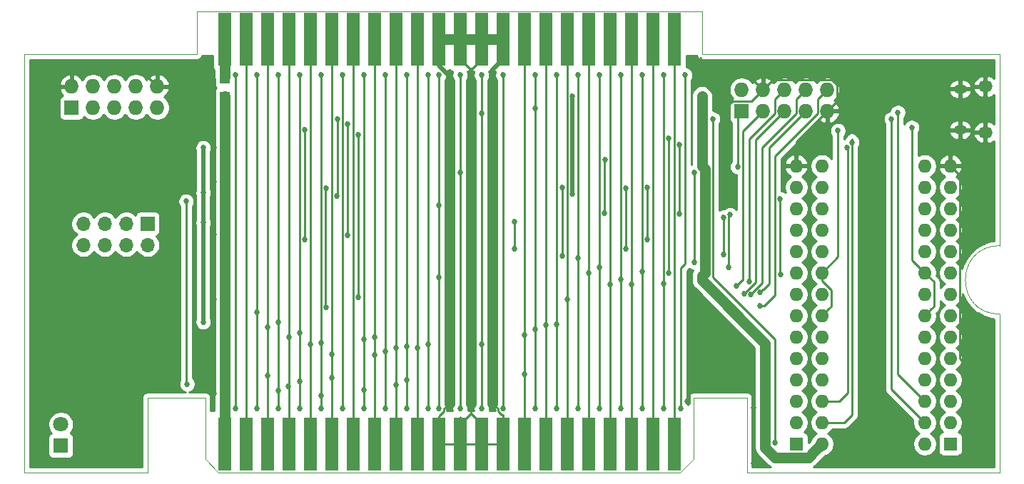
<source format=gbl>
G04 #@! TF.GenerationSoftware,KiCad,Pcbnew,(5.1.5)-3*
G04 #@! TF.CreationDate,2020-04-27T11:33:16-04:00*
G04 #@! TF.ProjectId,VS-Tipi,56532d54-6970-4692-9e6b-696361645f70,V0*
G04 #@! TF.SameCoordinates,Original*
G04 #@! TF.FileFunction,Copper,L2,Bot*
G04 #@! TF.FilePolarity,Positive*
%FSLAX46Y46*%
G04 Gerber Fmt 4.6, Leading zero omitted, Abs format (unit mm)*
G04 Created by KiCad (PCBNEW (5.1.5)-3) date 2020-04-27 11:33:16*
%MOMM*%
%LPD*%
G04 APERTURE LIST*
%ADD10C,0.025400*%
%ADD11R,1.250000X1.500000*%
%ADD12O,1.700000X1.350000*%
%ADD13O,1.500000X1.100000*%
%ADD14O,1.600000X1.600000*%
%ADD15R,1.600000X1.600000*%
%ADD16R,1.727200X1.727200*%
%ADD17O,1.727200X1.727200*%
%ADD18R,1.600000X6.350000*%
%ADD19R,1.800000X1.800000*%
%ADD20C,1.800000*%
%ADD21R,1.700000X1.700000*%
%ADD22O,1.700000X1.700000*%
%ADD23C,0.685800*%
%ADD24C,0.508000*%
%ADD25C,0.250000*%
%ADD26C,1.270000*%
%ADD27C,0.254000*%
G04 APERTURE END LIST*
D10*
X138633200Y-145161000D02*
X140208000Y-143586200D01*
X82296000Y-143586200D02*
X83870800Y-145161000D01*
X176530000Y-118237000D02*
X176530000Y-95504000D01*
X81280000Y-90424000D02*
X141224000Y-90424000D01*
X141224000Y-90424000D02*
X141224000Y-95504000D01*
X81280000Y-95504000D02*
X81280000Y-90424000D01*
X146558000Y-145161000D02*
X176530000Y-145161000D01*
X176530000Y-118237000D02*
G75*
G03X176530000Y-126365000I0J-4064000D01*
G01*
X141224000Y-95504000D02*
X176530000Y-95504000D01*
X83870800Y-145161000D02*
X138633200Y-145161000D01*
X60833000Y-95504000D02*
X81280000Y-95504000D01*
X75438000Y-145161000D02*
X75438000Y-136271000D01*
X60833000Y-145161000D02*
X60833000Y-95504000D01*
X75438000Y-145161000D02*
X60833000Y-145161000D01*
X176530000Y-145161000D02*
X176530000Y-126365000D01*
X146558000Y-136271000D02*
X146558000Y-145161000D01*
X140208000Y-136271000D02*
X146558000Y-136271000D01*
X140208000Y-143586200D02*
X140208000Y-136271000D01*
X82296000Y-136271000D02*
X82296000Y-143586200D01*
X75438000Y-136271000D02*
X82296000Y-136271000D01*
D11*
X84582000Y-100721800D03*
X84582000Y-98221800D03*
D12*
X174851000Y-99326800D03*
X174851000Y-104786800D03*
D13*
X171851000Y-99636800D03*
X171851000Y-104476800D03*
D14*
X155448000Y-141782800D03*
X170688000Y-108762800D03*
X155448000Y-139242800D03*
X170688000Y-111302800D03*
X155448000Y-136702800D03*
X170688000Y-113842800D03*
X155448000Y-134162800D03*
X170688000Y-116382800D03*
X155448000Y-131622800D03*
X170688000Y-118922800D03*
X155448000Y-129082800D03*
X170688000Y-121462800D03*
X155448000Y-126542800D03*
X170688000Y-124002800D03*
X155448000Y-124002800D03*
X170688000Y-126542800D03*
X155448000Y-121462800D03*
X170688000Y-129082800D03*
X155448000Y-118922800D03*
X170688000Y-131622800D03*
X155448000Y-116382800D03*
X170688000Y-134162800D03*
X155448000Y-113842800D03*
X170688000Y-136702800D03*
X155448000Y-111302800D03*
X170688000Y-139242800D03*
X155448000Y-108762800D03*
D15*
X170688000Y-141782800D03*
D16*
X145923000Y-102235000D03*
D17*
X145923000Y-99695000D03*
X148463000Y-102235000D03*
X148463000Y-99695000D03*
X151003000Y-102235000D03*
X151003000Y-99695000D03*
X153543000Y-102235000D03*
X153543000Y-99695000D03*
X156083000Y-102235000D03*
X156083000Y-99695000D03*
D14*
X167640000Y-141782800D03*
X152400000Y-108762800D03*
X167640000Y-139242800D03*
X152400000Y-111302800D03*
X167640000Y-136702800D03*
X152400000Y-113842800D03*
X167640000Y-134162800D03*
X152400000Y-116382800D03*
X167640000Y-131622800D03*
X152400000Y-118922800D03*
X167640000Y-129082800D03*
X152400000Y-121462800D03*
X167640000Y-126542800D03*
X152400000Y-124002800D03*
X167640000Y-124002800D03*
X152400000Y-126542800D03*
X167640000Y-121462800D03*
X152400000Y-129082800D03*
X167640000Y-118922800D03*
X152400000Y-131622800D03*
X167640000Y-116382800D03*
X152400000Y-134162800D03*
X167640000Y-113842800D03*
X152400000Y-136702800D03*
X167640000Y-111302800D03*
X152400000Y-139242800D03*
X167640000Y-108762800D03*
D15*
X152400000Y-141782800D03*
D18*
X137922000Y-141782800D03*
X135382000Y-141782800D03*
X132842000Y-141782800D03*
X130302000Y-141782800D03*
X127762000Y-141782800D03*
X125222000Y-141782800D03*
X122682000Y-141782800D03*
X120142000Y-141782800D03*
X117602000Y-141782800D03*
X115062000Y-141782800D03*
X112522000Y-141782800D03*
X109982000Y-141782800D03*
X107442000Y-141782800D03*
X104902000Y-141782800D03*
X102362000Y-141782800D03*
X99822000Y-141782800D03*
X97282000Y-141782800D03*
X94742000Y-141782800D03*
X92202000Y-141782800D03*
X87122000Y-141782800D03*
X84582000Y-141782800D03*
X89662000Y-141782800D03*
X137922000Y-93726000D03*
X135382000Y-93726000D03*
X132842000Y-93726000D03*
X130302000Y-93726000D03*
X127762000Y-93726000D03*
X125222000Y-93726000D03*
X122682000Y-93726000D03*
X120142000Y-93726000D03*
X117602000Y-93726000D03*
X115062000Y-93726000D03*
X112522000Y-93726000D03*
X109982000Y-93726000D03*
X107442000Y-93726000D03*
X104902000Y-93726000D03*
X102362000Y-93726000D03*
X99822000Y-93726000D03*
X97282000Y-93726000D03*
X94742000Y-93726000D03*
X92202000Y-93726000D03*
X87122000Y-93726000D03*
X84582000Y-93726000D03*
X89662000Y-93726000D03*
D16*
X66421000Y-101854000D03*
D17*
X66421000Y-99314000D03*
X68961000Y-101854000D03*
X68961000Y-99314000D03*
X71501000Y-101854000D03*
X71501000Y-99314000D03*
X74041000Y-101854000D03*
X74041000Y-99314000D03*
X76581000Y-101854000D03*
X76581000Y-99314000D03*
D19*
X65151000Y-141986000D03*
D20*
X65151000Y-139446000D03*
D21*
X75438000Y-115620800D03*
D22*
X75438000Y-118160800D03*
X72898000Y-115620800D03*
X72898000Y-118160800D03*
X70358000Y-115620800D03*
X70358000Y-118160800D03*
X67818000Y-115620800D03*
X67818000Y-118160800D03*
D23*
X82042000Y-127304800D03*
X82042000Y-106603800D03*
X82042000Y-111937800D03*
X82042000Y-115493800D03*
X175514000Y-144195800D03*
X61976000Y-96443800D03*
X61722000Y-144195800D03*
X74549000Y-144195800D03*
X83312000Y-135813800D03*
X82042000Y-96316800D03*
X111252000Y-126415800D03*
X129681700Y-108000800D03*
X140462000Y-96570800D03*
X111252000Y-111411300D03*
X96647000Y-111429800D03*
X96647000Y-125526800D03*
X83312000Y-124637800D03*
X83312000Y-116890800D03*
X175514000Y-96570800D03*
X129652300Y-114350800D03*
X147320000Y-144068800D03*
X111252000Y-98729800D03*
X116332000Y-98715101D03*
X111252000Y-136956800D03*
X116332000Y-136956800D03*
X113792000Y-136956800D03*
X113792000Y-98729800D03*
X139446000Y-136702800D03*
X116332000Y-107873800D03*
X111252000Y-106230789D03*
X116332000Y-106222800D03*
X144145000Y-108000800D03*
X83312000Y-110667800D03*
X83312000Y-106603800D03*
X147320000Y-137464800D03*
X175133000Y-127431800D03*
X116332000Y-126923800D03*
X116332000Y-111175800D03*
X113792000Y-102158800D03*
X144653000Y-127939800D03*
X175133000Y-117144800D03*
X161480401Y-107556399D03*
X141224000Y-121843800D03*
X125857000Y-112064800D03*
X141224000Y-100507800D03*
X84582000Y-102285800D03*
X125857000Y-100507800D03*
X84582000Y-122986800D03*
X100457000Y-124383800D03*
X100457000Y-105079800D03*
X88392000Y-137591800D03*
X88392000Y-97967800D03*
X88392000Y-126161800D03*
X89662000Y-127939800D03*
X89662000Y-133654800D03*
X90932000Y-137591800D03*
X90932000Y-97967800D03*
X90932000Y-127304800D03*
X90932000Y-135432800D03*
X92202000Y-129082800D03*
X92171160Y-134964505D03*
X93472000Y-97967800D03*
X93472000Y-137591800D03*
X93472000Y-128560100D03*
X93472000Y-134344205D03*
X94742000Y-129971800D03*
X96012000Y-137591800D03*
X96012000Y-97967800D03*
X96012000Y-129800701D03*
X96012000Y-136067800D03*
X97282000Y-131114800D03*
X97282000Y-133923500D03*
X101092000Y-97967800D03*
X101092000Y-137591800D03*
X101092000Y-135360590D03*
X101092000Y-129336800D03*
X102362000Y-129082800D03*
X102362000Y-131192270D03*
X103632000Y-97967800D03*
X103632000Y-137591800D03*
X103632000Y-130789860D03*
X104902000Y-134740290D03*
X104902000Y-130352800D03*
X106172000Y-137591800D03*
X106172000Y-97967800D03*
X106172000Y-134162800D03*
X106172000Y-130225800D03*
X107442000Y-130352800D03*
X108712000Y-97967800D03*
X108712000Y-137591800D03*
X108712000Y-129971800D03*
X109982000Y-137591800D03*
X109982000Y-97967800D03*
X109982000Y-113461800D03*
X109982000Y-121970800D03*
X112522000Y-137591800D03*
X112522000Y-97967800D03*
X112522000Y-109524800D03*
X115062000Y-137591800D03*
X115062000Y-129971800D03*
X163703000Y-103174800D03*
X115062000Y-97967800D03*
X115062000Y-102539800D03*
X120142000Y-133542500D03*
X120142000Y-128828800D03*
X121412000Y-97967800D03*
X121412000Y-137591800D03*
X121412000Y-128193800D03*
X164465000Y-102412800D03*
X121412000Y-101919500D03*
X122682000Y-127685800D03*
X123952000Y-137591800D03*
X123952000Y-97967800D03*
X123952000Y-127558800D03*
X125222000Y-124637800D03*
X130302000Y-122859800D03*
X136652000Y-97967800D03*
X136652000Y-137591800D03*
X136652000Y-122732800D03*
X134112000Y-137591800D03*
X134112000Y-97967800D03*
X134112000Y-121335800D03*
X126492000Y-97967800D03*
X126492000Y-137591800D03*
X126492000Y-119684800D03*
X132842000Y-122859800D03*
X131572000Y-97967800D03*
X131572000Y-137591800D03*
X131572000Y-122224800D03*
X129032000Y-97967800D03*
X129032000Y-120827800D03*
X129032000Y-137591800D03*
X127762000Y-121462800D03*
X147036225Y-124009050D03*
X146812000Y-122478800D03*
X145429700Y-108865947D03*
X148127856Y-123794656D03*
X146196517Y-123971520D03*
X148082000Y-125399800D03*
X145288000Y-122986800D03*
X80010000Y-112953800D03*
X80137000Y-134670800D03*
X157353000Y-104571800D03*
X94092300Y-117525800D03*
X94107000Y-104444800D03*
X158383700Y-106603800D03*
X159004000Y-105968800D03*
X138542300Y-114477800D03*
X138557000Y-106222800D03*
X144399000Y-120813100D03*
X144542251Y-114547500D03*
X137287000Y-121462800D03*
X137272300Y-105460800D03*
X150552619Y-121647419D03*
X150480300Y-112699800D03*
X118999000Y-118611300D03*
X118999000Y-115370700D03*
X143764000Y-119250998D03*
X143764000Y-114858800D03*
X134747000Y-117525800D03*
X134747000Y-111302800D03*
X132207000Y-118630698D03*
X132207000Y-111429800D03*
X140335000Y-120192800D03*
X140335000Y-109524800D03*
X124601700Y-119430800D03*
X124601700Y-111302800D03*
X166116000Y-104190800D03*
X99187000Y-117017800D03*
X99187000Y-103809800D03*
X138684000Y-137591800D03*
X139192000Y-97967800D03*
X117602000Y-137591800D03*
X117602000Y-97967800D03*
X98552000Y-97967800D03*
X98552000Y-137591800D03*
X85852000Y-137591800D03*
X85852000Y-97967800D03*
X149860000Y-141655800D03*
X142494000Y-103174800D03*
X97917000Y-112318800D03*
X97931700Y-103160100D03*
D24*
X82042000Y-107088733D02*
X82042000Y-111937800D01*
X82042000Y-106603800D02*
X82042000Y-107088733D01*
X82042000Y-115620800D02*
X82042000Y-127304800D01*
X82042000Y-111937800D02*
X82042000Y-115493800D01*
X82042000Y-115493800D02*
X82042000Y-115620800D01*
D25*
X112522000Y-140292800D02*
X112522000Y-141782800D01*
X111032000Y-141782800D02*
X117602000Y-141782800D01*
X109982000Y-141782800D02*
X111032000Y-141782800D01*
X152400000Y-105918000D02*
X156083000Y-102235000D01*
X152400000Y-108762800D02*
X152400000Y-105918000D01*
X157224001Y-99147319D02*
X157224001Y-101093999D01*
X156630681Y-98553999D02*
X157224001Y-99147319D01*
X156946599Y-101371401D02*
X156083000Y-102235000D01*
X149604001Y-98553999D02*
X156630681Y-98553999D01*
X157224001Y-101093999D02*
X156946599Y-101371401D01*
X148463000Y-99695000D02*
X149604001Y-98553999D01*
X76581000Y-99314000D02*
X73710800Y-96443800D01*
X73710800Y-96443800D02*
X61976000Y-96443800D01*
X112522000Y-138607800D02*
X112522000Y-141782800D01*
X144837479Y-101093999D02*
X144145000Y-101786478D01*
X147064001Y-101093999D02*
X144837479Y-101093999D01*
X148463000Y-99695000D02*
X147064001Y-101093999D01*
X144145000Y-101786478D02*
X144145000Y-107492800D01*
X148463000Y-99695000D02*
X145338800Y-96570800D01*
X145338800Y-96570800D02*
X140462000Y-96570800D01*
X111252000Y-126415800D02*
X111252000Y-111411300D01*
X96505300Y-111302800D02*
X96505300Y-125570700D01*
X171831000Y-131622800D02*
X174498000Y-134289800D01*
X171831000Y-109905800D02*
X171831000Y-131622800D01*
X174498000Y-140258800D02*
X174498000Y-144068800D01*
X174498000Y-134289800D02*
X174498000Y-140258800D01*
X170688000Y-108762800D02*
X171831000Y-109905800D01*
X141097000Y-95935800D02*
X140462000Y-96570800D01*
X117094000Y-141274800D02*
X117602000Y-141782800D01*
X147320000Y-144068800D02*
X147320000Y-137464800D01*
X109982000Y-138509846D02*
X109982000Y-141782800D01*
X110602301Y-137889545D02*
X109982000Y-138509846D01*
X110602301Y-137606499D02*
X110602301Y-137889545D01*
X111252000Y-136956800D02*
X110602301Y-137606499D01*
X116981699Y-137889545D02*
X117445954Y-138353800D01*
X116332000Y-136956800D02*
X116981699Y-137606499D01*
X116981699Y-137606499D02*
X116981699Y-137889545D01*
X117602000Y-138357800D02*
X117602000Y-141782800D01*
X117598000Y-138353800D02*
X117602000Y-138357800D01*
X117445954Y-138353800D02*
X117598000Y-138353800D01*
X112522000Y-139407800D02*
X113792000Y-138137800D01*
X112522000Y-141782800D02*
X112522000Y-139407800D01*
X113792000Y-138137800D02*
X113792000Y-137441733D01*
X115062000Y-139407800D02*
X113792000Y-138137800D01*
X113792000Y-137441733D02*
X113792000Y-136956800D01*
X115062000Y-141782800D02*
X115062000Y-139407800D01*
X115062000Y-96101000D02*
X113792000Y-97371000D01*
X115062000Y-93726000D02*
X115062000Y-96101000D01*
X112522000Y-96101000D02*
X113792000Y-97371000D01*
X112522000Y-93726000D02*
X112522000Y-96101000D01*
X129652300Y-108030200D02*
X129681700Y-108000800D01*
X129652300Y-114350800D02*
X129652300Y-108030200D01*
X144145000Y-107492800D02*
X144145000Y-108000800D01*
D26*
X116332000Y-136956800D02*
X116332000Y-126923800D01*
X111252000Y-98729800D02*
X111252000Y-136956800D01*
X113792000Y-99214733D02*
X113792000Y-102158800D01*
X113792000Y-98729800D02*
X113792000Y-99214733D01*
X109982000Y-93726000D02*
X117602000Y-93726000D01*
D24*
X82169000Y-97309733D02*
X83312000Y-98452733D01*
X82169000Y-96824800D02*
X82169000Y-97309733D01*
X83312000Y-116890800D02*
X83312000Y-124637800D01*
X83312000Y-125122733D02*
X83312000Y-135813800D01*
X83312000Y-124637800D02*
X83312000Y-125122733D01*
X83312000Y-110794800D02*
X83312000Y-116890800D01*
X83312000Y-106603800D02*
X83312000Y-98452733D01*
X83312000Y-110667800D02*
X83312000Y-106603800D01*
D25*
X139700000Y-135432800D02*
X139700000Y-136956800D01*
X140081000Y-135051800D02*
X139700000Y-135432800D01*
X147320000Y-137464800D02*
X147320000Y-135940800D01*
X146431000Y-135051800D02*
X140081000Y-135051800D01*
X147320000Y-135940800D02*
X146431000Y-135051800D01*
D26*
X116332000Y-126923800D02*
X116332000Y-111175800D01*
X116332000Y-111175800D02*
X116332000Y-98715101D01*
X113792000Y-102158800D02*
X113792000Y-136956800D01*
D24*
X116294000Y-98192168D02*
X116294000Y-97409000D01*
X116294000Y-97409000D02*
X117602000Y-96101000D01*
X116332000Y-98230168D02*
X116294000Y-98192168D01*
X117602000Y-96101000D02*
X117602000Y-93726000D01*
X116332000Y-98715101D02*
X116332000Y-98230168D01*
X111252000Y-98128834D02*
X110312200Y-97189034D01*
X111252000Y-98729800D02*
X111252000Y-98128834D01*
X110312200Y-97189034D02*
X110295434Y-97189034D01*
X109982000Y-96875600D02*
X109982000Y-93726000D01*
X110295434Y-97189034D02*
X109982000Y-96875600D01*
X113792000Y-98128834D02*
X113792000Y-97371000D01*
X113792000Y-98729800D02*
X113792000Y-98128834D01*
D25*
X84582000Y-141782800D02*
X84582000Y-138357800D01*
D26*
X141566899Y-121500901D02*
X141224000Y-121843800D01*
X141224000Y-108740954D02*
X141566899Y-109083853D01*
X141566899Y-109083853D02*
X141566899Y-121500901D01*
X141224000Y-100507800D02*
X141224000Y-108740954D01*
X154648001Y-142582799D02*
X155448000Y-141782800D01*
X149901555Y-143370201D02*
X153860599Y-143370201D01*
X148729699Y-142198345D02*
X149901555Y-143370201D01*
X153860599Y-143370201D02*
X154648001Y-142582799D01*
X148729699Y-129834432D02*
X148729699Y-142198345D01*
X141224000Y-122328733D02*
X148729699Y-129834432D01*
X141224000Y-121843800D02*
X141224000Y-122328733D01*
D24*
X125857000Y-112064800D02*
X125857000Y-100507800D01*
D26*
X84582000Y-122986800D02*
X84582000Y-141782800D01*
X84582000Y-100507800D02*
X84582000Y-122986800D01*
D25*
X100598700Y-124369100D02*
X100584000Y-124383800D01*
X100457000Y-105095799D02*
X100457000Y-124383800D01*
X88392000Y-137591800D02*
X88392000Y-126161800D01*
X88392000Y-126161800D02*
X88392000Y-97967800D01*
X89535000Y-93980000D02*
X89789000Y-93726000D01*
X89662000Y-127939800D02*
X89662000Y-93726000D01*
X89662000Y-129844800D02*
X89662000Y-127939800D01*
X89662000Y-133654800D02*
X89662000Y-129844800D01*
X89662000Y-141782800D02*
X89662000Y-133654800D01*
X90932000Y-127304800D02*
X90932000Y-97967800D01*
X90932000Y-137591800D02*
X90932000Y-135432800D01*
X90932000Y-135432800D02*
X90932000Y-127304800D01*
X92329000Y-141478000D02*
X92075000Y-141732000D01*
X92202000Y-93726000D02*
X92202000Y-97151000D01*
X92202000Y-131114800D02*
X92202000Y-141782800D01*
X92202000Y-129082800D02*
X92202000Y-131114800D01*
X92202000Y-97151000D02*
X92202000Y-129082800D01*
X93472000Y-97967800D02*
X93472000Y-137591800D01*
X94615000Y-93980000D02*
X94869000Y-93726000D01*
X94742000Y-132638800D02*
X94742000Y-141782800D01*
X94742000Y-130352800D02*
X94742000Y-132638800D01*
X94742000Y-93726000D02*
X94742000Y-130352800D01*
X96012000Y-125809846D02*
X96012000Y-137591800D01*
X96012000Y-97967800D02*
X96012000Y-125809846D01*
X97409000Y-141478000D02*
X97155000Y-141732000D01*
X97282000Y-93726000D02*
X97282000Y-97151000D01*
X97282000Y-97151000D02*
X97282000Y-131114800D01*
X97282000Y-131114800D02*
X97282000Y-141782800D01*
X101092000Y-97967800D02*
X101092000Y-129336800D01*
X101092000Y-129336800D02*
X101092000Y-137591800D01*
X102362000Y-93726000D02*
X102362000Y-129082800D01*
X102362000Y-129082800D02*
X102362000Y-141782800D01*
X103632000Y-97967800D02*
X103632000Y-137591800D01*
X104902000Y-93726000D02*
X104902000Y-97151000D01*
X104902000Y-97151000D02*
X104902000Y-129209800D01*
X104902000Y-129209800D02*
X104902000Y-130352800D01*
X104902000Y-130352800D02*
X104902000Y-141782800D01*
X106172000Y-133527800D02*
X106172000Y-137591800D01*
X106172000Y-97967800D02*
X106172000Y-133527800D01*
X107442000Y-93726000D02*
X107442000Y-97151000D01*
X107442000Y-97151000D02*
X107442000Y-129844800D01*
X107442000Y-129844800D02*
X107442000Y-130352800D01*
X107442000Y-130352800D02*
X107442000Y-141782800D01*
X108712000Y-98452733D02*
X108712000Y-137591800D01*
X108712000Y-97967800D02*
X108712000Y-98452733D01*
X109982000Y-137591800D02*
X109982000Y-121970800D01*
X109982000Y-113461800D02*
X109982000Y-97967800D01*
X109982000Y-121970800D02*
X109982000Y-113461800D01*
X112522000Y-136702800D02*
X112522000Y-109524800D01*
X112522000Y-109524800D02*
X112522000Y-98856800D01*
X112522000Y-97967800D02*
X112522000Y-98856800D01*
X112522000Y-136702800D02*
X112522000Y-137591800D01*
X115062000Y-129971800D02*
X115062000Y-136956800D01*
X167640000Y-139242800D02*
X163703000Y-135305800D01*
X163703000Y-135305800D02*
X163703000Y-106476800D01*
X115062000Y-97967800D02*
X115062000Y-98856800D01*
X115062000Y-98856800D02*
X115062000Y-100634800D01*
X115062000Y-136956800D02*
X115062000Y-137591800D01*
X115062000Y-102539800D02*
X115062000Y-129971800D01*
X115062000Y-100634800D02*
X115062000Y-102539800D01*
X163703000Y-106476800D02*
X163703000Y-103174800D01*
X120142000Y-134747000D02*
X120142000Y-141782800D01*
X120142000Y-129209800D02*
X120142000Y-134747000D01*
X120142000Y-128828800D02*
X120142000Y-129209800D01*
X120142000Y-93726000D02*
X120142000Y-128828800D01*
X121412000Y-128193800D02*
X121412000Y-136702800D01*
X167640000Y-136702800D02*
X164465000Y-133527800D01*
X121412000Y-136702800D02*
X121412000Y-137591800D01*
X121412000Y-101396800D02*
X121412000Y-128193800D01*
X121412000Y-98094800D02*
X121412000Y-101396800D01*
X164465000Y-102412800D02*
X164465000Y-133527800D01*
X122682000Y-141782800D02*
X122682000Y-127939800D01*
X122682000Y-125018800D02*
X122682000Y-93726000D01*
X122682000Y-127685800D02*
X122682000Y-125018800D01*
X122682000Y-127939800D02*
X122682000Y-127685800D01*
X123952000Y-136702800D02*
X123952000Y-127558800D01*
X123952000Y-136702800D02*
X123952000Y-137591800D01*
X123952000Y-127304800D02*
X123952000Y-127558800D01*
X123952000Y-98094800D02*
X123952000Y-127304800D01*
X125222000Y-93726000D02*
X125222000Y-114654772D01*
X125222000Y-114654772D02*
X125222000Y-124383800D01*
X125222000Y-124383800D02*
X125222000Y-124637800D01*
X125222000Y-124637800D02*
X125222000Y-141782800D01*
X130302000Y-122859800D02*
X130302000Y-141782800D01*
X130302000Y-93726000D02*
X130302000Y-122859800D01*
X136652000Y-136702800D02*
X136652000Y-137591800D01*
X136652000Y-98094800D02*
X136652000Y-136702800D01*
X134112000Y-136702800D02*
X134112000Y-121335800D01*
X134112000Y-121335800D02*
X134112000Y-99618800D01*
X134112000Y-136702800D02*
X134112000Y-137591800D01*
X134112000Y-98094800D02*
X134112000Y-99618800D01*
X126492000Y-99618800D02*
X126492000Y-119684800D01*
X126492000Y-119684800D02*
X126492000Y-136702800D01*
X126492000Y-136702800D02*
X126492000Y-137591800D01*
X126492000Y-98094800D02*
X126492000Y-99618800D01*
X132842000Y-123367800D02*
X132842000Y-141782800D01*
X132842000Y-122859800D02*
X132842000Y-123367800D01*
X132842000Y-93726000D02*
X132842000Y-122859800D01*
X131572000Y-99618800D02*
X131572000Y-122224800D01*
X131572000Y-122224800D02*
X131572000Y-136702800D01*
X131572000Y-98094800D02*
X131572000Y-99618800D01*
X131572000Y-137591800D02*
X131572000Y-136702800D01*
X129032000Y-120827800D02*
X129032000Y-99618800D01*
X129032000Y-120827800D02*
X129032000Y-137591800D01*
X129032000Y-98094800D02*
X129032000Y-99618800D01*
X127762000Y-93726000D02*
X127762000Y-97151000D01*
X127762000Y-97151000D02*
X127762000Y-121462800D01*
X127762000Y-121462800D02*
X127762000Y-141782800D01*
X152679401Y-100558599D02*
X153543000Y-99695000D01*
X148336000Y-122709275D02*
X148336000Y-106590682D01*
X147036225Y-124009050D02*
X148336000Y-122709275D01*
X148336000Y-106590682D02*
X152401999Y-102524683D01*
X152401999Y-102524683D02*
X152401999Y-100836001D01*
X152401999Y-100836001D02*
X152679401Y-100558599D01*
X146812000Y-121993867D02*
X146812000Y-122478800D01*
X149861999Y-102524683D02*
X146812000Y-105574682D01*
X149861999Y-100836001D02*
X149861999Y-102524683D01*
X146812000Y-105574682D02*
X146812000Y-121993867D01*
X151003000Y-99695000D02*
X149861999Y-100836001D01*
X145429700Y-102728300D02*
X145923000Y-102235000D01*
X145429700Y-108865947D02*
X145429700Y-102728300D01*
X149225000Y-106553000D02*
X153543000Y-102235000D01*
X149225000Y-116128800D02*
X149225000Y-115620800D01*
X149225000Y-122732800D02*
X149225000Y-115620800D01*
X149225000Y-115620800D02*
X149225000Y-106553000D01*
X148506043Y-123451757D02*
X149225000Y-122732800D01*
X148470755Y-123451757D02*
X148506043Y-123451757D01*
X148127856Y-123794656D02*
X148470755Y-123451757D01*
X150139401Y-103098599D02*
X151003000Y-102235000D01*
X147623822Y-105614178D02*
X150139401Y-103098599D01*
X147623822Y-115743116D02*
X147623822Y-115416622D01*
X147623822Y-115416622D02*
X147623822Y-105614178D01*
X146196517Y-123971520D02*
X147574000Y-122594037D01*
X147574000Y-122478800D02*
X147623822Y-115416622D01*
X147574000Y-122478800D02*
X147574000Y-122594037D01*
X155219401Y-100558599D02*
X156083000Y-99695000D01*
X154941999Y-102524683D02*
X154941999Y-100836001D01*
X154941999Y-100836001D02*
X155219401Y-100558599D01*
X149860000Y-107606682D02*
X154941999Y-102524683D01*
X149860000Y-124106733D02*
X149860000Y-116255800D01*
X148566933Y-125399800D02*
X149860000Y-124106733D01*
X148082000Y-125399800D02*
X148566933Y-125399800D01*
X149860000Y-116763800D02*
X149860000Y-116255800D01*
X149860000Y-116255800D02*
X149860000Y-107606682D01*
X146050000Y-104648000D02*
X148463000Y-102235000D01*
X146050000Y-115239800D02*
X146050000Y-114985800D01*
X146050000Y-114985800D02*
X146050000Y-104648000D01*
X145288000Y-122986800D02*
X146050000Y-122224800D01*
X146050000Y-122328733D02*
X146050000Y-122224800D01*
X146050000Y-122224800D02*
X146050000Y-114985800D01*
X80010000Y-112953800D02*
X80010000Y-134543800D01*
X80010000Y-134543800D02*
X80137000Y-134670800D01*
X156247999Y-125742801D02*
X155448000Y-126542800D01*
X156525401Y-125465399D02*
X156247999Y-125742801D01*
X156525401Y-123485647D02*
X156525401Y-125465399D01*
X155448000Y-122408246D02*
X156525401Y-123485647D01*
X155448000Y-121462800D02*
X155448000Y-122408246D01*
X157353000Y-119557800D02*
X157353000Y-106843100D01*
X155448000Y-121462800D02*
X157353000Y-119557800D01*
X157353000Y-106843100D02*
X157353000Y-104571800D01*
X94107000Y-117511100D02*
X94092300Y-117525800D01*
X94107000Y-104444800D02*
X94107000Y-117511100D01*
X158496000Y-132638800D02*
X158496000Y-106603800D01*
X158496000Y-135686800D02*
X158496000Y-132638800D01*
X155448000Y-136702800D02*
X157480000Y-136702800D01*
X157480000Y-136702800D02*
X158496000Y-135686800D01*
X155448000Y-139242800D02*
X156579370Y-139242800D01*
X156579370Y-139242800D02*
X158115000Y-139242800D01*
X158115000Y-139242800D02*
X159004000Y-138353800D01*
X159004000Y-138353800D02*
X159004000Y-105587800D01*
X159004000Y-105587800D02*
X159004000Y-105968800D01*
X138542300Y-114477800D02*
X138542300Y-113992867D01*
X138542300Y-113992867D02*
X138557000Y-113978167D01*
X138557000Y-113978167D02*
X138557000Y-107619800D01*
X138557000Y-106222800D02*
X138557000Y-107619800D01*
X144399000Y-120813100D02*
X144399000Y-114690751D01*
X144399000Y-114690751D02*
X144542251Y-114547500D01*
X137272300Y-121448100D02*
X137287000Y-121462800D01*
X137272300Y-105460800D02*
X137272300Y-121448100D01*
X150480300Y-121575100D02*
X150552619Y-121647419D01*
X150480300Y-112699800D02*
X150480300Y-121575100D01*
X118999000Y-115370700D02*
X118999000Y-118611300D01*
X143764000Y-119250998D02*
X143764000Y-114858800D01*
X134747000Y-117525800D02*
X134747000Y-113080800D01*
X134747000Y-113080800D02*
X134747000Y-111302800D01*
X132207000Y-118630698D02*
X132207000Y-111429800D01*
X140335000Y-120192800D02*
X140335000Y-109524800D01*
X124601700Y-119430800D02*
X124601700Y-114126200D01*
X124601700Y-114126200D02*
X124601700Y-111302800D01*
X168439999Y-125742801D02*
X167640000Y-126542800D01*
X168717401Y-125465399D02*
X168439999Y-125742801D01*
X168717401Y-122540201D02*
X168717401Y-125465399D01*
X167640000Y-121462800D02*
X168717401Y-122540201D01*
X167640000Y-121462800D02*
X166116000Y-119938800D01*
X166116000Y-119938800D02*
X166116000Y-104190800D01*
X99187000Y-103809800D02*
X99187000Y-117017800D01*
X139192000Y-98452733D02*
X139192000Y-97967800D01*
X139192000Y-120417754D02*
X139192000Y-98452733D01*
X138684000Y-120925754D02*
X139192000Y-120417754D01*
X138684000Y-137591800D02*
X138684000Y-120925754D01*
X117602000Y-136702800D02*
X117602000Y-137591800D01*
X117602000Y-97967800D02*
X117602000Y-136702800D01*
X98552000Y-101636454D02*
X98552000Y-97967800D01*
X98552000Y-137591800D02*
X98552000Y-101636454D01*
X137922000Y-97151000D02*
X137922000Y-141782800D01*
X137922000Y-93726000D02*
X137922000Y-97151000D01*
X135382000Y-93726000D02*
X135382000Y-141782800D01*
X99822000Y-97151000D02*
X99822000Y-141782800D01*
X99822000Y-93726000D02*
X99822000Y-97151000D01*
X87249000Y-141478000D02*
X86995000Y-141732000D01*
X87122000Y-97151000D02*
X87122000Y-141782800D01*
X87122000Y-93726000D02*
X87122000Y-97151000D01*
X85852000Y-137464800D02*
X85725000Y-137591800D01*
X85852000Y-97967800D02*
X85852000Y-137464800D01*
X149860000Y-141655800D02*
X149860000Y-129365846D01*
X149860000Y-129365846D02*
X142494000Y-121999846D01*
X97931700Y-112304100D02*
X97917000Y-112318800D01*
X97931700Y-103160100D02*
X97931700Y-112304100D01*
X142494000Y-103174800D02*
X142494000Y-121999846D01*
X84709000Y-94996000D02*
X84455000Y-95250000D01*
X84709000Y-93726000D02*
X84709000Y-94996000D01*
X84455000Y-93980000D02*
X84709000Y-93726000D01*
D26*
X84582000Y-98221800D02*
X84582000Y-93726000D01*
D27*
G36*
X139871790Y-121059404D02*
G01*
X140049757Y-121133120D01*
X140152867Y-121153630D01*
X140044997Y-121355442D01*
X140000873Y-121500900D01*
X139972377Y-121594837D01*
X139972047Y-121598185D01*
X139954000Y-121781421D01*
X139954000Y-121781427D01*
X139947857Y-121843800D01*
X139954000Y-121906173D01*
X139954000Y-122266360D01*
X139947857Y-122328733D01*
X139954000Y-122391106D01*
X139954000Y-122391113D01*
X139972377Y-122577696D01*
X140044997Y-122817092D01*
X140162925Y-123037721D01*
X140321631Y-123231103D01*
X140370087Y-123270870D01*
X147459699Y-130360483D01*
X147459700Y-142135962D01*
X147453556Y-142198345D01*
X147478076Y-142447308D01*
X147534618Y-142633700D01*
X147550697Y-142686704D01*
X147668625Y-142907333D01*
X147827330Y-143100715D01*
X147875785Y-143140481D01*
X148959422Y-144224120D01*
X148999185Y-144272571D01*
X149047635Y-144312333D01*
X149047638Y-144312336D01*
X149097641Y-144353372D01*
X149192567Y-144431276D01*
X149346024Y-144513300D01*
X147205700Y-144513300D01*
X147205700Y-136302809D01*
X147208833Y-136271000D01*
X147196327Y-136144029D01*
X147159291Y-136021937D01*
X147099148Y-135909417D01*
X147018208Y-135810792D01*
X146919583Y-135729852D01*
X146807063Y-135669709D01*
X146684971Y-135632673D01*
X146589809Y-135623300D01*
X146589808Y-135623300D01*
X146558000Y-135620167D01*
X146526191Y-135623300D01*
X140239809Y-135623300D01*
X140208000Y-135620167D01*
X140176192Y-135623300D01*
X140176191Y-135623300D01*
X140081029Y-135632673D01*
X139958937Y-135669709D01*
X139846417Y-135729852D01*
X139747792Y-135810792D01*
X139666852Y-135909417D01*
X139606709Y-136021937D01*
X139569673Y-136144029D01*
X139557167Y-136271000D01*
X139560301Y-136302819D01*
X139560301Y-137152000D01*
X139550604Y-137128590D01*
X139444000Y-136969046D01*
X139444000Y-121240555D01*
X139703003Y-120981552D01*
X139726463Y-120962300D01*
X139871790Y-121059404D01*
G37*
X139871790Y-121059404D02*
X140049757Y-121133120D01*
X140152867Y-121153630D01*
X140044997Y-121355442D01*
X140000873Y-121500900D01*
X139972377Y-121594837D01*
X139972047Y-121598185D01*
X139954000Y-121781421D01*
X139954000Y-121781427D01*
X139947857Y-121843800D01*
X139954000Y-121906173D01*
X139954000Y-122266360D01*
X139947857Y-122328733D01*
X139954000Y-122391106D01*
X139954000Y-122391113D01*
X139972377Y-122577696D01*
X140044997Y-122817092D01*
X140162925Y-123037721D01*
X140321631Y-123231103D01*
X140370087Y-123270870D01*
X147459699Y-130360483D01*
X147459700Y-142135962D01*
X147453556Y-142198345D01*
X147478076Y-142447308D01*
X147534618Y-142633700D01*
X147550697Y-142686704D01*
X147668625Y-142907333D01*
X147827330Y-143100715D01*
X147875785Y-143140481D01*
X148959422Y-144224120D01*
X148999185Y-144272571D01*
X149047635Y-144312333D01*
X149047638Y-144312336D01*
X149097641Y-144353372D01*
X149192567Y-144431276D01*
X149346024Y-144513300D01*
X147205700Y-144513300D01*
X147205700Y-136302809D01*
X147208833Y-136271000D01*
X147196327Y-136144029D01*
X147159291Y-136021937D01*
X147099148Y-135909417D01*
X147018208Y-135810792D01*
X146919583Y-135729852D01*
X146807063Y-135669709D01*
X146684971Y-135632673D01*
X146589809Y-135623300D01*
X146589808Y-135623300D01*
X146558000Y-135620167D01*
X146526191Y-135623300D01*
X140239809Y-135623300D01*
X140208000Y-135620167D01*
X140176192Y-135623300D01*
X140176191Y-135623300D01*
X140081029Y-135632673D01*
X139958937Y-135669709D01*
X139846417Y-135729852D01*
X139747792Y-135810792D01*
X139666852Y-135909417D01*
X139606709Y-136021937D01*
X139569673Y-136144029D01*
X139557167Y-136271000D01*
X139560301Y-136302819D01*
X139560301Y-137152000D01*
X139550604Y-137128590D01*
X139444000Y-136969046D01*
X139444000Y-121240555D01*
X139703003Y-120981552D01*
X139726463Y-120962300D01*
X139871790Y-121059404D01*
G36*
X140622709Y-95753063D02*
G01*
X140682852Y-95865583D01*
X140763792Y-95964208D01*
X140862417Y-96045148D01*
X140974937Y-96105291D01*
X141097029Y-96142327D01*
X141192191Y-96151700D01*
X141192192Y-96151700D01*
X141224000Y-96154833D01*
X141255809Y-96151700D01*
X175882301Y-96151700D01*
X175882301Y-98331326D01*
X175881559Y-98330550D01*
X175670761Y-98182781D01*
X175435185Y-98078976D01*
X175183884Y-98023125D01*
X174978000Y-98173227D01*
X174978000Y-99199800D01*
X174998000Y-99199800D01*
X174998000Y-99453800D01*
X174978000Y-99453800D01*
X174978000Y-100480373D01*
X175183884Y-100630475D01*
X175435185Y-100574624D01*
X175670761Y-100470819D01*
X175881559Y-100323050D01*
X175882301Y-100322274D01*
X175882301Y-103791326D01*
X175881559Y-103790550D01*
X175670761Y-103642781D01*
X175435185Y-103538976D01*
X175183884Y-103483125D01*
X174978000Y-103633227D01*
X174978000Y-104659800D01*
X174998000Y-104659800D01*
X174998000Y-104913800D01*
X174978000Y-104913800D01*
X174978000Y-105940373D01*
X175183884Y-106090475D01*
X175435185Y-106034624D01*
X175670761Y-105930819D01*
X175881559Y-105783050D01*
X175882301Y-105782275D01*
X175882300Y-117651921D01*
X175612849Y-117682145D01*
X175555420Y-117694351D01*
X175497841Y-117705752D01*
X175489202Y-117708426D01*
X174733175Y-117948252D01*
X174679174Y-117971397D01*
X174624943Y-117993749D01*
X174616988Y-117998050D01*
X173921942Y-118380155D01*
X173873487Y-118413333D01*
X173824608Y-118445808D01*
X173817640Y-118451572D01*
X173210050Y-118961401D01*
X173168963Y-119003357D01*
X173127321Y-119044709D01*
X173121611Y-119051711D01*
X173121605Y-119051717D01*
X173121601Y-119051724D01*
X172624613Y-119669852D01*
X172592464Y-119718980D01*
X172559641Y-119767642D01*
X172555400Y-119775618D01*
X172555395Y-119775626D01*
X172555392Y-119775634D01*
X172187931Y-120478522D01*
X172165932Y-120532970D01*
X172143191Y-120587069D01*
X172140577Y-120595727D01*
X172033199Y-120960565D01*
X171959680Y-120783073D01*
X171802637Y-120548041D01*
X171602759Y-120348163D01*
X171370241Y-120192800D01*
X171602759Y-120037437D01*
X171802637Y-119837559D01*
X171959680Y-119602527D01*
X172067853Y-119341374D01*
X172123000Y-119064135D01*
X172123000Y-118781465D01*
X172067853Y-118504226D01*
X171959680Y-118243073D01*
X171802637Y-118008041D01*
X171602759Y-117808163D01*
X171370241Y-117652800D01*
X171602759Y-117497437D01*
X171802637Y-117297559D01*
X171959680Y-117062527D01*
X172067853Y-116801374D01*
X172123000Y-116524135D01*
X172123000Y-116241465D01*
X172067853Y-115964226D01*
X171959680Y-115703073D01*
X171802637Y-115468041D01*
X171602759Y-115268163D01*
X171370241Y-115112800D01*
X171602759Y-114957437D01*
X171802637Y-114757559D01*
X171959680Y-114522527D01*
X172067853Y-114261374D01*
X172123000Y-113984135D01*
X172123000Y-113701465D01*
X172067853Y-113424226D01*
X171959680Y-113163073D01*
X171802637Y-112928041D01*
X171602759Y-112728163D01*
X171370241Y-112572800D01*
X171602759Y-112417437D01*
X171802637Y-112217559D01*
X171959680Y-111982527D01*
X172067853Y-111721374D01*
X172123000Y-111444135D01*
X172123000Y-111161465D01*
X172067853Y-110884226D01*
X171959680Y-110623073D01*
X171802637Y-110388041D01*
X171602759Y-110188163D01*
X171367727Y-110031120D01*
X171357135Y-110026733D01*
X171543131Y-109915185D01*
X171751519Y-109726214D01*
X171919037Y-109500220D01*
X172039246Y-109245887D01*
X172079904Y-109111839D01*
X171957915Y-108889800D01*
X170815000Y-108889800D01*
X170815000Y-108909800D01*
X170561000Y-108909800D01*
X170561000Y-108889800D01*
X169418085Y-108889800D01*
X169296096Y-109111839D01*
X169336754Y-109245887D01*
X169456963Y-109500220D01*
X169624481Y-109726214D01*
X169832869Y-109915185D01*
X170018865Y-110026733D01*
X170008273Y-110031120D01*
X169773241Y-110188163D01*
X169573363Y-110388041D01*
X169416320Y-110623073D01*
X169308147Y-110884226D01*
X169253000Y-111161465D01*
X169253000Y-111444135D01*
X169308147Y-111721374D01*
X169416320Y-111982527D01*
X169573363Y-112217559D01*
X169773241Y-112417437D01*
X170005759Y-112572800D01*
X169773241Y-112728163D01*
X169573363Y-112928041D01*
X169416320Y-113163073D01*
X169308147Y-113424226D01*
X169253000Y-113701465D01*
X169253000Y-113984135D01*
X169308147Y-114261374D01*
X169416320Y-114522527D01*
X169573363Y-114757559D01*
X169773241Y-114957437D01*
X170005759Y-115112800D01*
X169773241Y-115268163D01*
X169573363Y-115468041D01*
X169416320Y-115703073D01*
X169308147Y-115964226D01*
X169253000Y-116241465D01*
X169253000Y-116524135D01*
X169308147Y-116801374D01*
X169416320Y-117062527D01*
X169573363Y-117297559D01*
X169773241Y-117497437D01*
X170005759Y-117652800D01*
X169773241Y-117808163D01*
X169573363Y-118008041D01*
X169416320Y-118243073D01*
X169308147Y-118504226D01*
X169253000Y-118781465D01*
X169253000Y-119064135D01*
X169308147Y-119341374D01*
X169416320Y-119602527D01*
X169573363Y-119837559D01*
X169773241Y-120037437D01*
X170005759Y-120192800D01*
X169773241Y-120348163D01*
X169573363Y-120548041D01*
X169416320Y-120783073D01*
X169308147Y-121044226D01*
X169253000Y-121321465D01*
X169253000Y-121604135D01*
X169308147Y-121881374D01*
X169416320Y-122142527D01*
X169573363Y-122377559D01*
X169773241Y-122577437D01*
X170005759Y-122732800D01*
X169773241Y-122888163D01*
X169573363Y-123088041D01*
X169477401Y-123231659D01*
X169477401Y-122577523D01*
X169481077Y-122540200D01*
X169477401Y-122502877D01*
X169477401Y-122502868D01*
X169466404Y-122391215D01*
X169422947Y-122247954D01*
X169403311Y-122211218D01*
X169352375Y-122115924D01*
X169281200Y-122029198D01*
X169257402Y-122000200D01*
X169228405Y-121976403D01*
X169038688Y-121786686D01*
X169075000Y-121604135D01*
X169075000Y-121321465D01*
X169019853Y-121044226D01*
X168911680Y-120783073D01*
X168754637Y-120548041D01*
X168554759Y-120348163D01*
X168322241Y-120192800D01*
X168554759Y-120037437D01*
X168754637Y-119837559D01*
X168911680Y-119602527D01*
X169019853Y-119341374D01*
X169075000Y-119064135D01*
X169075000Y-118781465D01*
X169019853Y-118504226D01*
X168911680Y-118243073D01*
X168754637Y-118008041D01*
X168554759Y-117808163D01*
X168322241Y-117652800D01*
X168554759Y-117497437D01*
X168754637Y-117297559D01*
X168911680Y-117062527D01*
X169019853Y-116801374D01*
X169075000Y-116524135D01*
X169075000Y-116241465D01*
X169019853Y-115964226D01*
X168911680Y-115703073D01*
X168754637Y-115468041D01*
X168554759Y-115268163D01*
X168322241Y-115112800D01*
X168554759Y-114957437D01*
X168754637Y-114757559D01*
X168911680Y-114522527D01*
X169019853Y-114261374D01*
X169075000Y-113984135D01*
X169075000Y-113701465D01*
X169019853Y-113424226D01*
X168911680Y-113163073D01*
X168754637Y-112928041D01*
X168554759Y-112728163D01*
X168322241Y-112572800D01*
X168554759Y-112417437D01*
X168754637Y-112217559D01*
X168911680Y-111982527D01*
X169019853Y-111721374D01*
X169075000Y-111444135D01*
X169075000Y-111161465D01*
X169019853Y-110884226D01*
X168911680Y-110623073D01*
X168754637Y-110388041D01*
X168554759Y-110188163D01*
X168322241Y-110032800D01*
X168554759Y-109877437D01*
X168754637Y-109677559D01*
X168911680Y-109442527D01*
X169019853Y-109181374D01*
X169075000Y-108904135D01*
X169075000Y-108621465D01*
X169033685Y-108413761D01*
X169296096Y-108413761D01*
X169418085Y-108635800D01*
X170561000Y-108635800D01*
X170561000Y-107492176D01*
X170815000Y-107492176D01*
X170815000Y-108635800D01*
X171957915Y-108635800D01*
X172079904Y-108413761D01*
X172039246Y-108279713D01*
X171919037Y-108025380D01*
X171751519Y-107799386D01*
X171543131Y-107610415D01*
X171301881Y-107465730D01*
X171037040Y-107370891D01*
X170815000Y-107492176D01*
X170561000Y-107492176D01*
X170338960Y-107370891D01*
X170074119Y-107465730D01*
X169832869Y-107610415D01*
X169624481Y-107799386D01*
X169456963Y-108025380D01*
X169336754Y-108279713D01*
X169296096Y-108413761D01*
X169033685Y-108413761D01*
X169019853Y-108344226D01*
X168911680Y-108083073D01*
X168754637Y-107848041D01*
X168554759Y-107648163D01*
X168319727Y-107491120D01*
X168058574Y-107382947D01*
X167781335Y-107327800D01*
X167498665Y-107327800D01*
X167221426Y-107382947D01*
X166960273Y-107491120D01*
X166876000Y-107547429D01*
X166876000Y-104813554D01*
X166894047Y-104786544D01*
X170507197Y-104786544D01*
X170511989Y-104825326D01*
X170601869Y-105040839D01*
X170732066Y-105234677D01*
X170897578Y-105399390D01*
X171092043Y-105528648D01*
X171307989Y-105617484D01*
X171537116Y-105662484D01*
X171724000Y-105506952D01*
X171724000Y-104603800D01*
X171978000Y-104603800D01*
X171978000Y-105506952D01*
X172164884Y-105662484D01*
X172394011Y-105617484D01*
X172609957Y-105528648D01*
X172804422Y-105399390D01*
X172969934Y-105234677D01*
X173049512Y-105116200D01*
X173408090Y-105116200D01*
X173411143Y-105139829D01*
X173504319Y-105379807D01*
X173642522Y-105596996D01*
X173820441Y-105783050D01*
X174031239Y-105930819D01*
X174266815Y-106034624D01*
X174518116Y-106090475D01*
X174724000Y-105940373D01*
X174724000Y-104913800D01*
X173531776Y-104913800D01*
X173408090Y-105116200D01*
X173049512Y-105116200D01*
X173100131Y-105040839D01*
X173190011Y-104825326D01*
X173194803Y-104786544D01*
X173069361Y-104603800D01*
X171978000Y-104603800D01*
X171724000Y-104603800D01*
X170632639Y-104603800D01*
X170507197Y-104786544D01*
X166894047Y-104786544D01*
X166982604Y-104654010D01*
X167056320Y-104476043D01*
X167060028Y-104457400D01*
X173408090Y-104457400D01*
X173531776Y-104659800D01*
X174724000Y-104659800D01*
X174724000Y-103633227D01*
X174518116Y-103483125D01*
X174266815Y-103538976D01*
X174031239Y-103642781D01*
X173820441Y-103790550D01*
X173642522Y-103976604D01*
X173504319Y-104193793D01*
X173411143Y-104433771D01*
X173408090Y-104457400D01*
X167060028Y-104457400D01*
X167093900Y-104287115D01*
X167093900Y-104167056D01*
X170507197Y-104167056D01*
X170632639Y-104349800D01*
X171724000Y-104349800D01*
X171724000Y-103446648D01*
X171978000Y-103446648D01*
X171978000Y-104349800D01*
X173069361Y-104349800D01*
X173194803Y-104167056D01*
X173190011Y-104128274D01*
X173100131Y-103912761D01*
X172969934Y-103718923D01*
X172804422Y-103554210D01*
X172609957Y-103424952D01*
X172394011Y-103336116D01*
X172164884Y-103291116D01*
X171978000Y-103446648D01*
X171724000Y-103446648D01*
X171537116Y-103291116D01*
X171307989Y-103336116D01*
X171092043Y-103424952D01*
X170897578Y-103554210D01*
X170732066Y-103718923D01*
X170601869Y-103912761D01*
X170511989Y-104128274D01*
X170507197Y-104167056D01*
X167093900Y-104167056D01*
X167093900Y-104094485D01*
X167056320Y-103905557D01*
X166982604Y-103727590D01*
X166875585Y-103567425D01*
X166739375Y-103431215D01*
X166579210Y-103324196D01*
X166401243Y-103250480D01*
X166212315Y-103212900D01*
X166019685Y-103212900D01*
X165830757Y-103250480D01*
X165652790Y-103324196D01*
X165492625Y-103431215D01*
X165356415Y-103567425D01*
X165249396Y-103727590D01*
X165225000Y-103786487D01*
X165225000Y-103035554D01*
X165331604Y-102876010D01*
X165405320Y-102698043D01*
X165442900Y-102509115D01*
X165442900Y-102316485D01*
X165405320Y-102127557D01*
X165331604Y-101949590D01*
X165224585Y-101789425D01*
X165088375Y-101653215D01*
X164928210Y-101546196D01*
X164750243Y-101472480D01*
X164561315Y-101434900D01*
X164368685Y-101434900D01*
X164179757Y-101472480D01*
X164001790Y-101546196D01*
X163841625Y-101653215D01*
X163705415Y-101789425D01*
X163598396Y-101949590D01*
X163524680Y-102127557D01*
X163506940Y-102216740D01*
X163417757Y-102234480D01*
X163239790Y-102308196D01*
X163079625Y-102415215D01*
X162943415Y-102551425D01*
X162836396Y-102711590D01*
X162762680Y-102889557D01*
X162725100Y-103078485D01*
X162725100Y-103271115D01*
X162762680Y-103460043D01*
X162836396Y-103638010D01*
X162943001Y-103797555D01*
X162943000Y-106514132D01*
X162943001Y-106514142D01*
X162943000Y-135268478D01*
X162939324Y-135305800D01*
X162943000Y-135343122D01*
X162943000Y-135343132D01*
X162953997Y-135454785D01*
X162980651Y-135542653D01*
X162997454Y-135598046D01*
X163068026Y-135730076D01*
X163107871Y-135778626D01*
X163162999Y-135845801D01*
X163192003Y-135869604D01*
X166241312Y-138918914D01*
X166205000Y-139101465D01*
X166205000Y-139384135D01*
X166260147Y-139661374D01*
X166368320Y-139922527D01*
X166525363Y-140157559D01*
X166725241Y-140357437D01*
X166957759Y-140512800D01*
X166725241Y-140668163D01*
X166525363Y-140868041D01*
X166368320Y-141103073D01*
X166260147Y-141364226D01*
X166205000Y-141641465D01*
X166205000Y-141924135D01*
X166260147Y-142201374D01*
X166368320Y-142462527D01*
X166525363Y-142697559D01*
X166725241Y-142897437D01*
X166960273Y-143054480D01*
X167221426Y-143162653D01*
X167498665Y-143217800D01*
X167781335Y-143217800D01*
X168058574Y-143162653D01*
X168319727Y-143054480D01*
X168554759Y-142897437D01*
X168754637Y-142697559D01*
X168911680Y-142462527D01*
X169019853Y-142201374D01*
X169075000Y-141924135D01*
X169075000Y-141641465D01*
X169019853Y-141364226D01*
X168911680Y-141103073D01*
X168754637Y-140868041D01*
X168554759Y-140668163D01*
X168322241Y-140512800D01*
X168554759Y-140357437D01*
X168754637Y-140157559D01*
X168911680Y-139922527D01*
X169019853Y-139661374D01*
X169075000Y-139384135D01*
X169075000Y-139101465D01*
X169019853Y-138824226D01*
X168911680Y-138563073D01*
X168754637Y-138328041D01*
X168554759Y-138128163D01*
X168322241Y-137972800D01*
X168554759Y-137817437D01*
X168754637Y-137617559D01*
X168911680Y-137382527D01*
X169019853Y-137121374D01*
X169075000Y-136844135D01*
X169075000Y-136561465D01*
X169019853Y-136284226D01*
X168911680Y-136023073D01*
X168754637Y-135788041D01*
X168554759Y-135588163D01*
X168322241Y-135432800D01*
X168554759Y-135277437D01*
X168754637Y-135077559D01*
X168911680Y-134842527D01*
X169019853Y-134581374D01*
X169075000Y-134304135D01*
X169075000Y-134021465D01*
X169019853Y-133744226D01*
X168911680Y-133483073D01*
X168754637Y-133248041D01*
X168554759Y-133048163D01*
X168322241Y-132892800D01*
X168554759Y-132737437D01*
X168754637Y-132537559D01*
X168911680Y-132302527D01*
X169019853Y-132041374D01*
X169075000Y-131764135D01*
X169075000Y-131481465D01*
X169019853Y-131204226D01*
X168911680Y-130943073D01*
X168754637Y-130708041D01*
X168554759Y-130508163D01*
X168322241Y-130352800D01*
X168554759Y-130197437D01*
X168754637Y-129997559D01*
X168911680Y-129762527D01*
X169019853Y-129501374D01*
X169075000Y-129224135D01*
X169075000Y-128941465D01*
X169019853Y-128664226D01*
X168911680Y-128403073D01*
X168754637Y-128168041D01*
X168554759Y-127968163D01*
X168322241Y-127812800D01*
X168554759Y-127657437D01*
X168754637Y-127457559D01*
X168911680Y-127222527D01*
X169019853Y-126961374D01*
X169075000Y-126684135D01*
X169075000Y-126401465D01*
X169038688Y-126218913D01*
X169228398Y-126029203D01*
X169257402Y-126005400D01*
X169352375Y-125889675D01*
X169422947Y-125757646D01*
X169466404Y-125614385D01*
X169477401Y-125502732D01*
X169477401Y-125502724D01*
X169481077Y-125465399D01*
X169477401Y-125428074D01*
X169477401Y-124773941D01*
X169573363Y-124917559D01*
X169773241Y-125117437D01*
X170005759Y-125272800D01*
X169773241Y-125428163D01*
X169573363Y-125628041D01*
X169416320Y-125863073D01*
X169308147Y-126124226D01*
X169253000Y-126401465D01*
X169253000Y-126684135D01*
X169308147Y-126961374D01*
X169416320Y-127222527D01*
X169573363Y-127457559D01*
X169773241Y-127657437D01*
X170005759Y-127812800D01*
X169773241Y-127968163D01*
X169573363Y-128168041D01*
X169416320Y-128403073D01*
X169308147Y-128664226D01*
X169253000Y-128941465D01*
X169253000Y-129224135D01*
X169308147Y-129501374D01*
X169416320Y-129762527D01*
X169573363Y-129997559D01*
X169773241Y-130197437D01*
X170005759Y-130352800D01*
X169773241Y-130508163D01*
X169573363Y-130708041D01*
X169416320Y-130943073D01*
X169308147Y-131204226D01*
X169253000Y-131481465D01*
X169253000Y-131764135D01*
X169308147Y-132041374D01*
X169416320Y-132302527D01*
X169573363Y-132537559D01*
X169773241Y-132737437D01*
X170005759Y-132892800D01*
X169773241Y-133048163D01*
X169573363Y-133248041D01*
X169416320Y-133483073D01*
X169308147Y-133744226D01*
X169253000Y-134021465D01*
X169253000Y-134304135D01*
X169308147Y-134581374D01*
X169416320Y-134842527D01*
X169573363Y-135077559D01*
X169773241Y-135277437D01*
X170005759Y-135432800D01*
X169773241Y-135588163D01*
X169573363Y-135788041D01*
X169416320Y-136023073D01*
X169308147Y-136284226D01*
X169253000Y-136561465D01*
X169253000Y-136844135D01*
X169308147Y-137121374D01*
X169416320Y-137382527D01*
X169573363Y-137617559D01*
X169773241Y-137817437D01*
X170005759Y-137972800D01*
X169773241Y-138128163D01*
X169573363Y-138328041D01*
X169416320Y-138563073D01*
X169308147Y-138824226D01*
X169253000Y-139101465D01*
X169253000Y-139384135D01*
X169308147Y-139661374D01*
X169416320Y-139922527D01*
X169573363Y-140157559D01*
X169771961Y-140356157D01*
X169763518Y-140356988D01*
X169643820Y-140393298D01*
X169533506Y-140452263D01*
X169436815Y-140531615D01*
X169357463Y-140628306D01*
X169298498Y-140738620D01*
X169262188Y-140858318D01*
X169249928Y-140982800D01*
X169249928Y-142582800D01*
X169262188Y-142707282D01*
X169298498Y-142826980D01*
X169357463Y-142937294D01*
X169436815Y-143033985D01*
X169533506Y-143113337D01*
X169643820Y-143172302D01*
X169763518Y-143208612D01*
X169888000Y-143220872D01*
X171488000Y-143220872D01*
X171612482Y-143208612D01*
X171732180Y-143172302D01*
X171842494Y-143113337D01*
X171939185Y-143033985D01*
X172018537Y-142937294D01*
X172077502Y-142826980D01*
X172113812Y-142707282D01*
X172126072Y-142582800D01*
X172126072Y-140982800D01*
X172113812Y-140858318D01*
X172077502Y-140738620D01*
X172018537Y-140628306D01*
X171939185Y-140531615D01*
X171842494Y-140452263D01*
X171732180Y-140393298D01*
X171612482Y-140356988D01*
X171604039Y-140356157D01*
X171802637Y-140157559D01*
X171959680Y-139922527D01*
X172067853Y-139661374D01*
X172123000Y-139384135D01*
X172123000Y-139101465D01*
X172067853Y-138824226D01*
X171959680Y-138563073D01*
X171802637Y-138328041D01*
X171602759Y-138128163D01*
X171370241Y-137972800D01*
X171602759Y-137817437D01*
X171802637Y-137617559D01*
X171959680Y-137382527D01*
X172067853Y-137121374D01*
X172123000Y-136844135D01*
X172123000Y-136561465D01*
X172067853Y-136284226D01*
X171959680Y-136023073D01*
X171802637Y-135788041D01*
X171602759Y-135588163D01*
X171370241Y-135432800D01*
X171602759Y-135277437D01*
X171802637Y-135077559D01*
X171959680Y-134842527D01*
X172067853Y-134581374D01*
X172123000Y-134304135D01*
X172123000Y-134021465D01*
X172067853Y-133744226D01*
X171959680Y-133483073D01*
X171802637Y-133248041D01*
X171602759Y-133048163D01*
X171370241Y-132892800D01*
X171602759Y-132737437D01*
X171802637Y-132537559D01*
X171959680Y-132302527D01*
X172067853Y-132041374D01*
X172123000Y-131764135D01*
X172123000Y-131481465D01*
X172067853Y-131204226D01*
X171959680Y-130943073D01*
X171802637Y-130708041D01*
X171602759Y-130508163D01*
X171370241Y-130352800D01*
X171602759Y-130197437D01*
X171802637Y-129997559D01*
X171959680Y-129762527D01*
X172067853Y-129501374D01*
X172123000Y-129224135D01*
X172123000Y-128941465D01*
X172067853Y-128664226D01*
X171959680Y-128403073D01*
X171802637Y-128168041D01*
X171602759Y-127968163D01*
X171370241Y-127812800D01*
X171602759Y-127657437D01*
X171802637Y-127457559D01*
X171959680Y-127222527D01*
X172067853Y-126961374D01*
X172123000Y-126684135D01*
X172123000Y-126401465D01*
X172067853Y-126124226D01*
X171959680Y-125863073D01*
X171802637Y-125628041D01*
X171602759Y-125428163D01*
X171370241Y-125272800D01*
X171602759Y-125117437D01*
X171802637Y-124917559D01*
X171959680Y-124682527D01*
X172067853Y-124421374D01*
X172123000Y-124144135D01*
X172123000Y-123932314D01*
X172164814Y-124067393D01*
X172187579Y-124121549D01*
X172209554Y-124175940D01*
X172213799Y-124183925D01*
X172591042Y-124881622D01*
X172623896Y-124930330D01*
X172656014Y-124979412D01*
X172661724Y-124986413D01*
X172661729Y-124986420D01*
X172661735Y-124986426D01*
X173167306Y-125597555D01*
X173208978Y-125638938D01*
X173250033Y-125680862D01*
X173256995Y-125686621D01*
X173257002Y-125686628D01*
X173257010Y-125686633D01*
X173871651Y-126187923D01*
X173920546Y-126220409D01*
X173968985Y-126253576D01*
X173976940Y-126257877D01*
X174677254Y-126630240D01*
X174731516Y-126652606D01*
X174785485Y-126675737D01*
X174794118Y-126678409D01*
X174794125Y-126678412D01*
X174794132Y-126678413D01*
X175553426Y-126907658D01*
X175611039Y-126919066D01*
X175668434Y-126931266D01*
X175677426Y-126932211D01*
X175677428Y-126932211D01*
X175882301Y-126952299D01*
X175882300Y-144513300D01*
X154416130Y-144513300D01*
X154569587Y-144431276D01*
X154762969Y-144272571D01*
X154802740Y-144224110D01*
X155863607Y-143163243D01*
X155866574Y-143162653D01*
X156127727Y-143054480D01*
X156362759Y-142897437D01*
X156562637Y-142697559D01*
X156719680Y-142462527D01*
X156827853Y-142201374D01*
X156883000Y-141924135D01*
X156883000Y-141641465D01*
X156827853Y-141364226D01*
X156719680Y-141103073D01*
X156562637Y-140868041D01*
X156362759Y-140668163D01*
X156130241Y-140512800D01*
X156362759Y-140357437D01*
X156562637Y-140157559D01*
X156666043Y-140002800D01*
X158077678Y-140002800D01*
X158115000Y-140006476D01*
X158152322Y-140002800D01*
X158152333Y-140002800D01*
X158263986Y-139991803D01*
X158407247Y-139948346D01*
X158539276Y-139877774D01*
X158655001Y-139782801D01*
X158678803Y-139753798D01*
X159515004Y-138917598D01*
X159544001Y-138893801D01*
X159638974Y-138778076D01*
X159709546Y-138646047D01*
X159753003Y-138502786D01*
X159764000Y-138391133D01*
X159764000Y-138391123D01*
X159767676Y-138353800D01*
X159764000Y-138316477D01*
X159764000Y-106591554D01*
X159870604Y-106432010D01*
X159944320Y-106254043D01*
X159981900Y-106065115D01*
X159981900Y-105872485D01*
X159944320Y-105683557D01*
X159870604Y-105505590D01*
X159763585Y-105345425D01*
X159704761Y-105286601D01*
X159638974Y-105163524D01*
X159544001Y-105047799D01*
X159428276Y-104952826D01*
X159296247Y-104882254D01*
X159152986Y-104838797D01*
X159004000Y-104824123D01*
X158855014Y-104838797D01*
X158711753Y-104882254D01*
X158579724Y-104952826D01*
X158463999Y-105047799D01*
X158369026Y-105163525D01*
X158303240Y-105286600D01*
X158244415Y-105345425D01*
X158137396Y-105505590D01*
X158113000Y-105564487D01*
X158113000Y-105194554D01*
X158219604Y-105035010D01*
X158293320Y-104857043D01*
X158330900Y-104668115D01*
X158330900Y-104475485D01*
X158293320Y-104286557D01*
X158219604Y-104108590D01*
X158112585Y-103948425D01*
X157976375Y-103812215D01*
X157816210Y-103705196D01*
X157638243Y-103631480D01*
X157449315Y-103593900D01*
X157256685Y-103593900D01*
X157067757Y-103631480D01*
X156889790Y-103705196D01*
X156729625Y-103812215D01*
X156593415Y-103948425D01*
X156486396Y-104108590D01*
X156412680Y-104286557D01*
X156375100Y-104475485D01*
X156375100Y-104668115D01*
X156412680Y-104857043D01*
X156486396Y-105035010D01*
X156593001Y-105194555D01*
X156593000Y-106880432D01*
X156593001Y-106880442D01*
X156593001Y-107893484D01*
X156562637Y-107848041D01*
X156362759Y-107648163D01*
X156127727Y-107491120D01*
X155866574Y-107382947D01*
X155589335Y-107327800D01*
X155306665Y-107327800D01*
X155029426Y-107382947D01*
X154768273Y-107491120D01*
X154533241Y-107648163D01*
X154333363Y-107848041D01*
X154176320Y-108083073D01*
X154068147Y-108344226D01*
X154013000Y-108621465D01*
X154013000Y-108904135D01*
X154068147Y-109181374D01*
X154176320Y-109442527D01*
X154333363Y-109677559D01*
X154533241Y-109877437D01*
X154765759Y-110032800D01*
X154533241Y-110188163D01*
X154333363Y-110388041D01*
X154176320Y-110623073D01*
X154068147Y-110884226D01*
X154013000Y-111161465D01*
X154013000Y-111444135D01*
X154068147Y-111721374D01*
X154176320Y-111982527D01*
X154333363Y-112217559D01*
X154533241Y-112417437D01*
X154765759Y-112572800D01*
X154533241Y-112728163D01*
X154333363Y-112928041D01*
X154176320Y-113163073D01*
X154068147Y-113424226D01*
X154013000Y-113701465D01*
X154013000Y-113984135D01*
X154068147Y-114261374D01*
X154176320Y-114522527D01*
X154333363Y-114757559D01*
X154533241Y-114957437D01*
X154765759Y-115112800D01*
X154533241Y-115268163D01*
X154333363Y-115468041D01*
X154176320Y-115703073D01*
X154068147Y-115964226D01*
X154013000Y-116241465D01*
X154013000Y-116524135D01*
X154068147Y-116801374D01*
X154176320Y-117062527D01*
X154333363Y-117297559D01*
X154533241Y-117497437D01*
X154765759Y-117652800D01*
X154533241Y-117808163D01*
X154333363Y-118008041D01*
X154176320Y-118243073D01*
X154068147Y-118504226D01*
X154013000Y-118781465D01*
X154013000Y-119064135D01*
X154068147Y-119341374D01*
X154176320Y-119602527D01*
X154333363Y-119837559D01*
X154533241Y-120037437D01*
X154765759Y-120192800D01*
X154533241Y-120348163D01*
X154333363Y-120548041D01*
X154176320Y-120783073D01*
X154068147Y-121044226D01*
X154013000Y-121321465D01*
X154013000Y-121604135D01*
X154068147Y-121881374D01*
X154176320Y-122142527D01*
X154333363Y-122377559D01*
X154533241Y-122577437D01*
X154756370Y-122726527D01*
X154761311Y-122735772D01*
X154533241Y-122888163D01*
X154333363Y-123088041D01*
X154176320Y-123323073D01*
X154068147Y-123584226D01*
X154013000Y-123861465D01*
X154013000Y-124144135D01*
X154068147Y-124421374D01*
X154176320Y-124682527D01*
X154333363Y-124917559D01*
X154533241Y-125117437D01*
X154765759Y-125272800D01*
X154533241Y-125428163D01*
X154333363Y-125628041D01*
X154176320Y-125863073D01*
X154068147Y-126124226D01*
X154013000Y-126401465D01*
X154013000Y-126684135D01*
X154068147Y-126961374D01*
X154176320Y-127222527D01*
X154333363Y-127457559D01*
X154533241Y-127657437D01*
X154765759Y-127812800D01*
X154533241Y-127968163D01*
X154333363Y-128168041D01*
X154176320Y-128403073D01*
X154068147Y-128664226D01*
X154013000Y-128941465D01*
X154013000Y-129224135D01*
X154068147Y-129501374D01*
X154176320Y-129762527D01*
X154333363Y-129997559D01*
X154533241Y-130197437D01*
X154765759Y-130352800D01*
X154533241Y-130508163D01*
X154333363Y-130708041D01*
X154176320Y-130943073D01*
X154068147Y-131204226D01*
X154013000Y-131481465D01*
X154013000Y-131764135D01*
X154068147Y-132041374D01*
X154176320Y-132302527D01*
X154333363Y-132537559D01*
X154533241Y-132737437D01*
X154765759Y-132892800D01*
X154533241Y-133048163D01*
X154333363Y-133248041D01*
X154176320Y-133483073D01*
X154068147Y-133744226D01*
X154013000Y-134021465D01*
X154013000Y-134304135D01*
X154068147Y-134581374D01*
X154176320Y-134842527D01*
X154333363Y-135077559D01*
X154533241Y-135277437D01*
X154765759Y-135432800D01*
X154533241Y-135588163D01*
X154333363Y-135788041D01*
X154176320Y-136023073D01*
X154068147Y-136284226D01*
X154013000Y-136561465D01*
X154013000Y-136844135D01*
X154068147Y-137121374D01*
X154176320Y-137382527D01*
X154333363Y-137617559D01*
X154533241Y-137817437D01*
X154765759Y-137972800D01*
X154533241Y-138128163D01*
X154333363Y-138328041D01*
X154176320Y-138563073D01*
X154068147Y-138824226D01*
X154013000Y-139101465D01*
X154013000Y-139384135D01*
X154068147Y-139661374D01*
X154176320Y-139922527D01*
X154333363Y-140157559D01*
X154533241Y-140357437D01*
X154765759Y-140512800D01*
X154533241Y-140668163D01*
X154333363Y-140868041D01*
X154176320Y-141103073D01*
X154068147Y-141364226D01*
X154067557Y-141367193D01*
X153838072Y-141596678D01*
X153838072Y-140982800D01*
X153825812Y-140858318D01*
X153789502Y-140738620D01*
X153730537Y-140628306D01*
X153651185Y-140531615D01*
X153554494Y-140452263D01*
X153444180Y-140393298D01*
X153324482Y-140356988D01*
X153316039Y-140356157D01*
X153514637Y-140157559D01*
X153671680Y-139922527D01*
X153779853Y-139661374D01*
X153835000Y-139384135D01*
X153835000Y-139101465D01*
X153779853Y-138824226D01*
X153671680Y-138563073D01*
X153514637Y-138328041D01*
X153314759Y-138128163D01*
X153082241Y-137972800D01*
X153314759Y-137817437D01*
X153514637Y-137617559D01*
X153671680Y-137382527D01*
X153779853Y-137121374D01*
X153835000Y-136844135D01*
X153835000Y-136561465D01*
X153779853Y-136284226D01*
X153671680Y-136023073D01*
X153514637Y-135788041D01*
X153314759Y-135588163D01*
X153082241Y-135432800D01*
X153314759Y-135277437D01*
X153514637Y-135077559D01*
X153671680Y-134842527D01*
X153779853Y-134581374D01*
X153835000Y-134304135D01*
X153835000Y-134021465D01*
X153779853Y-133744226D01*
X153671680Y-133483073D01*
X153514637Y-133248041D01*
X153314759Y-133048163D01*
X153082241Y-132892800D01*
X153314759Y-132737437D01*
X153514637Y-132537559D01*
X153671680Y-132302527D01*
X153779853Y-132041374D01*
X153835000Y-131764135D01*
X153835000Y-131481465D01*
X153779853Y-131204226D01*
X153671680Y-130943073D01*
X153514637Y-130708041D01*
X153314759Y-130508163D01*
X153082241Y-130352800D01*
X153314759Y-130197437D01*
X153514637Y-129997559D01*
X153671680Y-129762527D01*
X153779853Y-129501374D01*
X153835000Y-129224135D01*
X153835000Y-128941465D01*
X153779853Y-128664226D01*
X153671680Y-128403073D01*
X153514637Y-128168041D01*
X153314759Y-127968163D01*
X153082241Y-127812800D01*
X153314759Y-127657437D01*
X153514637Y-127457559D01*
X153671680Y-127222527D01*
X153779853Y-126961374D01*
X153835000Y-126684135D01*
X153835000Y-126401465D01*
X153779853Y-126124226D01*
X153671680Y-125863073D01*
X153514637Y-125628041D01*
X153314759Y-125428163D01*
X153082241Y-125272800D01*
X153314759Y-125117437D01*
X153514637Y-124917559D01*
X153671680Y-124682527D01*
X153779853Y-124421374D01*
X153835000Y-124144135D01*
X153835000Y-123861465D01*
X153779853Y-123584226D01*
X153671680Y-123323073D01*
X153514637Y-123088041D01*
X153314759Y-122888163D01*
X153082241Y-122732800D01*
X153314759Y-122577437D01*
X153514637Y-122377559D01*
X153671680Y-122142527D01*
X153779853Y-121881374D01*
X153835000Y-121604135D01*
X153835000Y-121321465D01*
X153779853Y-121044226D01*
X153671680Y-120783073D01*
X153514637Y-120548041D01*
X153314759Y-120348163D01*
X153082241Y-120192800D01*
X153314759Y-120037437D01*
X153514637Y-119837559D01*
X153671680Y-119602527D01*
X153779853Y-119341374D01*
X153835000Y-119064135D01*
X153835000Y-118781465D01*
X153779853Y-118504226D01*
X153671680Y-118243073D01*
X153514637Y-118008041D01*
X153314759Y-117808163D01*
X153082241Y-117652800D01*
X153314759Y-117497437D01*
X153514637Y-117297559D01*
X153671680Y-117062527D01*
X153779853Y-116801374D01*
X153835000Y-116524135D01*
X153835000Y-116241465D01*
X153779853Y-115964226D01*
X153671680Y-115703073D01*
X153514637Y-115468041D01*
X153314759Y-115268163D01*
X153082241Y-115112800D01*
X153314759Y-114957437D01*
X153514637Y-114757559D01*
X153671680Y-114522527D01*
X153779853Y-114261374D01*
X153835000Y-113984135D01*
X153835000Y-113701465D01*
X153779853Y-113424226D01*
X153671680Y-113163073D01*
X153514637Y-112928041D01*
X153314759Y-112728163D01*
X153082241Y-112572800D01*
X153314759Y-112417437D01*
X153514637Y-112217559D01*
X153671680Y-111982527D01*
X153779853Y-111721374D01*
X153835000Y-111444135D01*
X153835000Y-111161465D01*
X153779853Y-110884226D01*
X153671680Y-110623073D01*
X153514637Y-110388041D01*
X153314759Y-110188163D01*
X153079727Y-110031120D01*
X153069135Y-110026733D01*
X153255131Y-109915185D01*
X153463519Y-109726214D01*
X153631037Y-109500220D01*
X153751246Y-109245887D01*
X153791904Y-109111839D01*
X153669915Y-108889800D01*
X152527000Y-108889800D01*
X152527000Y-108909800D01*
X152273000Y-108909800D01*
X152273000Y-108889800D01*
X151130085Y-108889800D01*
X151008096Y-109111839D01*
X151048754Y-109245887D01*
X151168963Y-109500220D01*
X151336481Y-109726214D01*
X151544869Y-109915185D01*
X151730865Y-110026733D01*
X151720273Y-110031120D01*
X151485241Y-110188163D01*
X151285363Y-110388041D01*
X151128320Y-110623073D01*
X151020147Y-110884226D01*
X150965000Y-111161465D01*
X150965000Y-111444135D01*
X151020147Y-111721374D01*
X151115828Y-111952368D01*
X151103675Y-111940215D01*
X150943510Y-111833196D01*
X150765543Y-111759480D01*
X150620000Y-111730530D01*
X150620000Y-108413761D01*
X151008096Y-108413761D01*
X151130085Y-108635800D01*
X152273000Y-108635800D01*
X152273000Y-107492176D01*
X152527000Y-107492176D01*
X152527000Y-108635800D01*
X153669915Y-108635800D01*
X153791904Y-108413761D01*
X153751246Y-108279713D01*
X153631037Y-108025380D01*
X153463519Y-107799386D01*
X153255131Y-107610415D01*
X153013881Y-107465730D01*
X152749040Y-107370891D01*
X152527000Y-107492176D01*
X152273000Y-107492176D01*
X152050960Y-107370891D01*
X151786119Y-107465730D01*
X151544869Y-107610415D01*
X151336481Y-107799386D01*
X151168963Y-108025380D01*
X151048754Y-108279713D01*
X151008096Y-108413761D01*
X150620000Y-108413761D01*
X150620000Y-107921483D01*
X155144593Y-103396891D01*
X155194512Y-103441817D01*
X155447022Y-103591964D01*
X155723973Y-103689963D01*
X155956000Y-103569464D01*
X155956000Y-102362000D01*
X156210000Y-102362000D01*
X156210000Y-103569464D01*
X156442027Y-103689963D01*
X156718978Y-103591964D01*
X156971488Y-103441817D01*
X157189854Y-103245293D01*
X157365684Y-103009944D01*
X157492222Y-102744814D01*
X157537958Y-102594026D01*
X157416817Y-102362000D01*
X156210000Y-102362000D01*
X155956000Y-102362000D01*
X155936000Y-102362000D01*
X155936000Y-102108000D01*
X155956000Y-102108000D01*
X155956000Y-102088000D01*
X156210000Y-102088000D01*
X156210000Y-102108000D01*
X157416817Y-102108000D01*
X157537958Y-101875974D01*
X157492222Y-101725186D01*
X157365684Y-101460056D01*
X157189854Y-101224707D01*
X156971488Y-101028183D01*
X156872897Y-100969559D01*
X157038302Y-100859039D01*
X157247039Y-100650302D01*
X157411042Y-100404853D01*
X157524010Y-100132125D01*
X157560924Y-99946544D01*
X170507197Y-99946544D01*
X170511989Y-99985326D01*
X170601869Y-100200839D01*
X170732066Y-100394677D01*
X170897578Y-100559390D01*
X171092043Y-100688648D01*
X171307989Y-100777484D01*
X171537116Y-100822484D01*
X171724000Y-100666952D01*
X171724000Y-99763800D01*
X171978000Y-99763800D01*
X171978000Y-100666952D01*
X172164884Y-100822484D01*
X172394011Y-100777484D01*
X172609957Y-100688648D01*
X172804422Y-100559390D01*
X172969934Y-100394677D01*
X173100131Y-100200839D01*
X173190011Y-99985326D01*
X173194803Y-99946544D01*
X173069361Y-99763800D01*
X171978000Y-99763800D01*
X171724000Y-99763800D01*
X170632639Y-99763800D01*
X170507197Y-99946544D01*
X157560924Y-99946544D01*
X157581600Y-99842599D01*
X157581600Y-99656200D01*
X173408090Y-99656200D01*
X173411143Y-99679829D01*
X173504319Y-99919807D01*
X173642522Y-100136996D01*
X173820441Y-100323050D01*
X174031239Y-100470819D01*
X174266815Y-100574624D01*
X174518116Y-100630475D01*
X174724000Y-100480373D01*
X174724000Y-99453800D01*
X173531776Y-99453800D01*
X173408090Y-99656200D01*
X157581600Y-99656200D01*
X157581600Y-99547401D01*
X157537771Y-99327056D01*
X170507197Y-99327056D01*
X170632639Y-99509800D01*
X171724000Y-99509800D01*
X171724000Y-98606648D01*
X171978000Y-98606648D01*
X171978000Y-99509800D01*
X173069361Y-99509800D01*
X173194803Y-99327056D01*
X173190011Y-99288274D01*
X173100131Y-99072761D01*
X173049513Y-98997400D01*
X173408090Y-98997400D01*
X173531776Y-99199800D01*
X174724000Y-99199800D01*
X174724000Y-98173227D01*
X174518116Y-98023125D01*
X174266815Y-98078976D01*
X174031239Y-98182781D01*
X173820441Y-98330550D01*
X173642522Y-98516604D01*
X173504319Y-98733793D01*
X173411143Y-98973771D01*
X173408090Y-98997400D01*
X173049513Y-98997400D01*
X172969934Y-98878923D01*
X172804422Y-98714210D01*
X172609957Y-98584952D01*
X172394011Y-98496116D01*
X172164884Y-98451116D01*
X171978000Y-98606648D01*
X171724000Y-98606648D01*
X171537116Y-98451116D01*
X171307989Y-98496116D01*
X171092043Y-98584952D01*
X170897578Y-98714210D01*
X170732066Y-98878923D01*
X170601869Y-99072761D01*
X170511989Y-99288274D01*
X170507197Y-99327056D01*
X157537771Y-99327056D01*
X157524010Y-99257875D01*
X157411042Y-98985147D01*
X157247039Y-98739698D01*
X157038302Y-98530961D01*
X156792853Y-98366958D01*
X156520125Y-98253990D01*
X156230599Y-98196400D01*
X155935401Y-98196400D01*
X155645875Y-98253990D01*
X155373147Y-98366958D01*
X155127698Y-98530961D01*
X154918961Y-98739698D01*
X154813000Y-98898281D01*
X154707039Y-98739698D01*
X154498302Y-98530961D01*
X154252853Y-98366958D01*
X153980125Y-98253990D01*
X153690599Y-98196400D01*
X153395401Y-98196400D01*
X153105875Y-98253990D01*
X152833147Y-98366958D01*
X152587698Y-98530961D01*
X152378961Y-98739698D01*
X152273000Y-98898281D01*
X152167039Y-98739698D01*
X151958302Y-98530961D01*
X151712853Y-98366958D01*
X151440125Y-98253990D01*
X151150599Y-98196400D01*
X150855401Y-98196400D01*
X150565875Y-98253990D01*
X150293147Y-98366958D01*
X150047698Y-98530961D01*
X149838961Y-98739698D01*
X149731308Y-98900813D01*
X149569854Y-98684707D01*
X149351488Y-98488183D01*
X149098978Y-98338036D01*
X148822027Y-98240037D01*
X148590000Y-98360536D01*
X148590000Y-99568000D01*
X148610000Y-99568000D01*
X148610000Y-99822000D01*
X148590000Y-99822000D01*
X148590000Y-99842000D01*
X148336000Y-99842000D01*
X148336000Y-99822000D01*
X148316000Y-99822000D01*
X148316000Y-99568000D01*
X148336000Y-99568000D01*
X148336000Y-98360536D01*
X148103973Y-98240037D01*
X147827022Y-98338036D01*
X147574512Y-98488183D01*
X147356146Y-98684707D01*
X147194692Y-98900813D01*
X147087039Y-98739698D01*
X146878302Y-98530961D01*
X146632853Y-98366958D01*
X146360125Y-98253990D01*
X146070599Y-98196400D01*
X145775401Y-98196400D01*
X145485875Y-98253990D01*
X145213147Y-98366958D01*
X144967698Y-98530961D01*
X144758961Y-98739698D01*
X144594958Y-98985147D01*
X144481990Y-99257875D01*
X144424400Y-99547401D01*
X144424400Y-99842599D01*
X144481990Y-100132125D01*
X144594958Y-100404853D01*
X144758961Y-100650302D01*
X144873023Y-100764364D01*
X144815220Y-100781898D01*
X144704906Y-100840863D01*
X144608215Y-100920215D01*
X144528863Y-101016906D01*
X144469898Y-101127220D01*
X144433588Y-101246918D01*
X144421328Y-101371400D01*
X144421328Y-103098600D01*
X144433588Y-103223082D01*
X144469898Y-103342780D01*
X144528863Y-103453094D01*
X144608215Y-103549785D01*
X144669701Y-103600245D01*
X144669700Y-108243193D01*
X144563096Y-108402737D01*
X144489380Y-108580704D01*
X144451800Y-108769632D01*
X144451800Y-108962262D01*
X144489380Y-109151190D01*
X144563096Y-109329157D01*
X144670115Y-109489322D01*
X144806325Y-109625532D01*
X144966490Y-109732551D01*
X145144457Y-109806267D01*
X145290000Y-109835217D01*
X145290000Y-113912289D01*
X145165626Y-113787915D01*
X145005461Y-113680896D01*
X144827494Y-113607180D01*
X144638566Y-113569600D01*
X144445936Y-113569600D01*
X144257008Y-113607180D01*
X144079041Y-113680896D01*
X143918876Y-113787915D01*
X143825891Y-113880900D01*
X143667685Y-113880900D01*
X143478757Y-113918480D01*
X143300790Y-113992196D01*
X143254000Y-114023460D01*
X143254000Y-103797554D01*
X143360604Y-103638010D01*
X143434320Y-103460043D01*
X143471900Y-103271115D01*
X143471900Y-103078485D01*
X143434320Y-102889557D01*
X143360604Y-102711590D01*
X143253585Y-102551425D01*
X143117375Y-102415215D01*
X142957210Y-102308196D01*
X142779243Y-102234480D01*
X142590315Y-102196900D01*
X142494000Y-102196900D01*
X142494000Y-100445420D01*
X142475623Y-100258837D01*
X142403003Y-100019441D01*
X142285075Y-99798812D01*
X142126370Y-99605430D01*
X141932987Y-99446725D01*
X141712358Y-99328797D01*
X141472962Y-99256177D01*
X141224000Y-99231656D01*
X140975037Y-99256177D01*
X140735641Y-99328797D01*
X140515012Y-99446725D01*
X140321630Y-99605430D01*
X140162925Y-99798813D01*
X140044997Y-100019442D01*
X139972377Y-100258838D01*
X139954000Y-100445421D01*
X139954001Y-108624143D01*
X139952000Y-108624972D01*
X139952000Y-98590554D01*
X140058604Y-98431010D01*
X140132320Y-98253043D01*
X140169900Y-98064115D01*
X140169900Y-97871485D01*
X140132320Y-97682557D01*
X140058604Y-97504590D01*
X139951585Y-97344425D01*
X139815375Y-97208215D01*
X139655210Y-97101196D01*
X139477243Y-97027480D01*
X139350106Y-97002191D01*
X139360072Y-96901000D01*
X139360072Y-95681800D01*
X140601092Y-95681800D01*
X140622709Y-95753063D01*
G37*
X140622709Y-95753063D02*
X140682852Y-95865583D01*
X140763792Y-95964208D01*
X140862417Y-96045148D01*
X140974937Y-96105291D01*
X141097029Y-96142327D01*
X141192191Y-96151700D01*
X141192192Y-96151700D01*
X141224000Y-96154833D01*
X141255809Y-96151700D01*
X175882301Y-96151700D01*
X175882301Y-98331326D01*
X175881559Y-98330550D01*
X175670761Y-98182781D01*
X175435185Y-98078976D01*
X175183884Y-98023125D01*
X174978000Y-98173227D01*
X174978000Y-99199800D01*
X174998000Y-99199800D01*
X174998000Y-99453800D01*
X174978000Y-99453800D01*
X174978000Y-100480373D01*
X175183884Y-100630475D01*
X175435185Y-100574624D01*
X175670761Y-100470819D01*
X175881559Y-100323050D01*
X175882301Y-100322274D01*
X175882301Y-103791326D01*
X175881559Y-103790550D01*
X175670761Y-103642781D01*
X175435185Y-103538976D01*
X175183884Y-103483125D01*
X174978000Y-103633227D01*
X174978000Y-104659800D01*
X174998000Y-104659800D01*
X174998000Y-104913800D01*
X174978000Y-104913800D01*
X174978000Y-105940373D01*
X175183884Y-106090475D01*
X175435185Y-106034624D01*
X175670761Y-105930819D01*
X175881559Y-105783050D01*
X175882301Y-105782275D01*
X175882300Y-117651921D01*
X175612849Y-117682145D01*
X175555420Y-117694351D01*
X175497841Y-117705752D01*
X175489202Y-117708426D01*
X174733175Y-117948252D01*
X174679174Y-117971397D01*
X174624943Y-117993749D01*
X174616988Y-117998050D01*
X173921942Y-118380155D01*
X173873487Y-118413333D01*
X173824608Y-118445808D01*
X173817640Y-118451572D01*
X173210050Y-118961401D01*
X173168963Y-119003357D01*
X173127321Y-119044709D01*
X173121611Y-119051711D01*
X173121605Y-119051717D01*
X173121601Y-119051724D01*
X172624613Y-119669852D01*
X172592464Y-119718980D01*
X172559641Y-119767642D01*
X172555400Y-119775618D01*
X172555395Y-119775626D01*
X172555392Y-119775634D01*
X172187931Y-120478522D01*
X172165932Y-120532970D01*
X172143191Y-120587069D01*
X172140577Y-120595727D01*
X172033199Y-120960565D01*
X171959680Y-120783073D01*
X171802637Y-120548041D01*
X171602759Y-120348163D01*
X171370241Y-120192800D01*
X171602759Y-120037437D01*
X171802637Y-119837559D01*
X171959680Y-119602527D01*
X172067853Y-119341374D01*
X172123000Y-119064135D01*
X172123000Y-118781465D01*
X172067853Y-118504226D01*
X171959680Y-118243073D01*
X171802637Y-118008041D01*
X171602759Y-117808163D01*
X171370241Y-117652800D01*
X171602759Y-117497437D01*
X171802637Y-117297559D01*
X171959680Y-117062527D01*
X172067853Y-116801374D01*
X172123000Y-116524135D01*
X172123000Y-116241465D01*
X172067853Y-115964226D01*
X171959680Y-115703073D01*
X171802637Y-115468041D01*
X171602759Y-115268163D01*
X171370241Y-115112800D01*
X171602759Y-114957437D01*
X171802637Y-114757559D01*
X171959680Y-114522527D01*
X172067853Y-114261374D01*
X172123000Y-113984135D01*
X172123000Y-113701465D01*
X172067853Y-113424226D01*
X171959680Y-113163073D01*
X171802637Y-112928041D01*
X171602759Y-112728163D01*
X171370241Y-112572800D01*
X171602759Y-112417437D01*
X171802637Y-112217559D01*
X171959680Y-111982527D01*
X172067853Y-111721374D01*
X172123000Y-111444135D01*
X172123000Y-111161465D01*
X172067853Y-110884226D01*
X171959680Y-110623073D01*
X171802637Y-110388041D01*
X171602759Y-110188163D01*
X171367727Y-110031120D01*
X171357135Y-110026733D01*
X171543131Y-109915185D01*
X171751519Y-109726214D01*
X171919037Y-109500220D01*
X172039246Y-109245887D01*
X172079904Y-109111839D01*
X171957915Y-108889800D01*
X170815000Y-108889800D01*
X170815000Y-108909800D01*
X170561000Y-108909800D01*
X170561000Y-108889800D01*
X169418085Y-108889800D01*
X169296096Y-109111839D01*
X169336754Y-109245887D01*
X169456963Y-109500220D01*
X169624481Y-109726214D01*
X169832869Y-109915185D01*
X170018865Y-110026733D01*
X170008273Y-110031120D01*
X169773241Y-110188163D01*
X169573363Y-110388041D01*
X169416320Y-110623073D01*
X169308147Y-110884226D01*
X169253000Y-111161465D01*
X169253000Y-111444135D01*
X169308147Y-111721374D01*
X169416320Y-111982527D01*
X169573363Y-112217559D01*
X169773241Y-112417437D01*
X170005759Y-112572800D01*
X169773241Y-112728163D01*
X169573363Y-112928041D01*
X169416320Y-113163073D01*
X169308147Y-113424226D01*
X169253000Y-113701465D01*
X169253000Y-113984135D01*
X169308147Y-114261374D01*
X169416320Y-114522527D01*
X169573363Y-114757559D01*
X169773241Y-114957437D01*
X170005759Y-115112800D01*
X169773241Y-115268163D01*
X169573363Y-115468041D01*
X169416320Y-115703073D01*
X169308147Y-115964226D01*
X169253000Y-116241465D01*
X169253000Y-116524135D01*
X169308147Y-116801374D01*
X169416320Y-117062527D01*
X169573363Y-117297559D01*
X169773241Y-117497437D01*
X170005759Y-117652800D01*
X169773241Y-117808163D01*
X169573363Y-118008041D01*
X169416320Y-118243073D01*
X169308147Y-118504226D01*
X169253000Y-118781465D01*
X169253000Y-119064135D01*
X169308147Y-119341374D01*
X169416320Y-119602527D01*
X169573363Y-119837559D01*
X169773241Y-120037437D01*
X170005759Y-120192800D01*
X169773241Y-120348163D01*
X169573363Y-120548041D01*
X169416320Y-120783073D01*
X169308147Y-121044226D01*
X169253000Y-121321465D01*
X169253000Y-121604135D01*
X169308147Y-121881374D01*
X169416320Y-122142527D01*
X169573363Y-122377559D01*
X169773241Y-122577437D01*
X170005759Y-122732800D01*
X169773241Y-122888163D01*
X169573363Y-123088041D01*
X169477401Y-123231659D01*
X169477401Y-122577523D01*
X169481077Y-122540200D01*
X169477401Y-122502877D01*
X169477401Y-122502868D01*
X169466404Y-122391215D01*
X169422947Y-122247954D01*
X169403311Y-122211218D01*
X169352375Y-122115924D01*
X169281200Y-122029198D01*
X169257402Y-122000200D01*
X169228405Y-121976403D01*
X169038688Y-121786686D01*
X169075000Y-121604135D01*
X169075000Y-121321465D01*
X169019853Y-121044226D01*
X168911680Y-120783073D01*
X168754637Y-120548041D01*
X168554759Y-120348163D01*
X168322241Y-120192800D01*
X168554759Y-120037437D01*
X168754637Y-119837559D01*
X168911680Y-119602527D01*
X169019853Y-119341374D01*
X169075000Y-119064135D01*
X169075000Y-118781465D01*
X169019853Y-118504226D01*
X168911680Y-118243073D01*
X168754637Y-118008041D01*
X168554759Y-117808163D01*
X168322241Y-117652800D01*
X168554759Y-117497437D01*
X168754637Y-117297559D01*
X168911680Y-117062527D01*
X169019853Y-116801374D01*
X169075000Y-116524135D01*
X169075000Y-116241465D01*
X169019853Y-115964226D01*
X168911680Y-115703073D01*
X168754637Y-115468041D01*
X168554759Y-115268163D01*
X168322241Y-115112800D01*
X168554759Y-114957437D01*
X168754637Y-114757559D01*
X168911680Y-114522527D01*
X169019853Y-114261374D01*
X169075000Y-113984135D01*
X169075000Y-113701465D01*
X169019853Y-113424226D01*
X168911680Y-113163073D01*
X168754637Y-112928041D01*
X168554759Y-112728163D01*
X168322241Y-112572800D01*
X168554759Y-112417437D01*
X168754637Y-112217559D01*
X168911680Y-111982527D01*
X169019853Y-111721374D01*
X169075000Y-111444135D01*
X169075000Y-111161465D01*
X169019853Y-110884226D01*
X168911680Y-110623073D01*
X168754637Y-110388041D01*
X168554759Y-110188163D01*
X168322241Y-110032800D01*
X168554759Y-109877437D01*
X168754637Y-109677559D01*
X168911680Y-109442527D01*
X169019853Y-109181374D01*
X169075000Y-108904135D01*
X169075000Y-108621465D01*
X169033685Y-108413761D01*
X169296096Y-108413761D01*
X169418085Y-108635800D01*
X170561000Y-108635800D01*
X170561000Y-107492176D01*
X170815000Y-107492176D01*
X170815000Y-108635800D01*
X171957915Y-108635800D01*
X172079904Y-108413761D01*
X172039246Y-108279713D01*
X171919037Y-108025380D01*
X171751519Y-107799386D01*
X171543131Y-107610415D01*
X171301881Y-107465730D01*
X171037040Y-107370891D01*
X170815000Y-107492176D01*
X170561000Y-107492176D01*
X170338960Y-107370891D01*
X170074119Y-107465730D01*
X169832869Y-107610415D01*
X169624481Y-107799386D01*
X169456963Y-108025380D01*
X169336754Y-108279713D01*
X169296096Y-108413761D01*
X169033685Y-108413761D01*
X169019853Y-108344226D01*
X168911680Y-108083073D01*
X168754637Y-107848041D01*
X168554759Y-107648163D01*
X168319727Y-107491120D01*
X168058574Y-107382947D01*
X167781335Y-107327800D01*
X167498665Y-107327800D01*
X167221426Y-107382947D01*
X166960273Y-107491120D01*
X166876000Y-107547429D01*
X166876000Y-104813554D01*
X166894047Y-104786544D01*
X170507197Y-104786544D01*
X170511989Y-104825326D01*
X170601869Y-105040839D01*
X170732066Y-105234677D01*
X170897578Y-105399390D01*
X171092043Y-105528648D01*
X171307989Y-105617484D01*
X171537116Y-105662484D01*
X171724000Y-105506952D01*
X171724000Y-104603800D01*
X171978000Y-104603800D01*
X171978000Y-105506952D01*
X172164884Y-105662484D01*
X172394011Y-105617484D01*
X172609957Y-105528648D01*
X172804422Y-105399390D01*
X172969934Y-105234677D01*
X173049512Y-105116200D01*
X173408090Y-105116200D01*
X173411143Y-105139829D01*
X173504319Y-105379807D01*
X173642522Y-105596996D01*
X173820441Y-105783050D01*
X174031239Y-105930819D01*
X174266815Y-106034624D01*
X174518116Y-106090475D01*
X174724000Y-105940373D01*
X174724000Y-104913800D01*
X173531776Y-104913800D01*
X173408090Y-105116200D01*
X173049512Y-105116200D01*
X173100131Y-105040839D01*
X173190011Y-104825326D01*
X173194803Y-104786544D01*
X173069361Y-104603800D01*
X171978000Y-104603800D01*
X171724000Y-104603800D01*
X170632639Y-104603800D01*
X170507197Y-104786544D01*
X166894047Y-104786544D01*
X166982604Y-104654010D01*
X167056320Y-104476043D01*
X167060028Y-104457400D01*
X173408090Y-104457400D01*
X173531776Y-104659800D01*
X174724000Y-104659800D01*
X174724000Y-103633227D01*
X174518116Y-103483125D01*
X174266815Y-103538976D01*
X174031239Y-103642781D01*
X173820441Y-103790550D01*
X173642522Y-103976604D01*
X173504319Y-104193793D01*
X173411143Y-104433771D01*
X173408090Y-104457400D01*
X167060028Y-104457400D01*
X167093900Y-104287115D01*
X167093900Y-104167056D01*
X170507197Y-104167056D01*
X170632639Y-104349800D01*
X171724000Y-104349800D01*
X171724000Y-103446648D01*
X171978000Y-103446648D01*
X171978000Y-104349800D01*
X173069361Y-104349800D01*
X173194803Y-104167056D01*
X173190011Y-104128274D01*
X173100131Y-103912761D01*
X172969934Y-103718923D01*
X172804422Y-103554210D01*
X172609957Y-103424952D01*
X172394011Y-103336116D01*
X172164884Y-103291116D01*
X171978000Y-103446648D01*
X171724000Y-103446648D01*
X171537116Y-103291116D01*
X171307989Y-103336116D01*
X171092043Y-103424952D01*
X170897578Y-103554210D01*
X170732066Y-103718923D01*
X170601869Y-103912761D01*
X170511989Y-104128274D01*
X170507197Y-104167056D01*
X167093900Y-104167056D01*
X167093900Y-104094485D01*
X167056320Y-103905557D01*
X166982604Y-103727590D01*
X166875585Y-103567425D01*
X166739375Y-103431215D01*
X166579210Y-103324196D01*
X166401243Y-103250480D01*
X166212315Y-103212900D01*
X166019685Y-103212900D01*
X165830757Y-103250480D01*
X165652790Y-103324196D01*
X165492625Y-103431215D01*
X165356415Y-103567425D01*
X165249396Y-103727590D01*
X165225000Y-103786487D01*
X165225000Y-103035554D01*
X165331604Y-102876010D01*
X165405320Y-102698043D01*
X165442900Y-102509115D01*
X165442900Y-102316485D01*
X165405320Y-102127557D01*
X165331604Y-101949590D01*
X165224585Y-101789425D01*
X165088375Y-101653215D01*
X164928210Y-101546196D01*
X164750243Y-101472480D01*
X164561315Y-101434900D01*
X164368685Y-101434900D01*
X164179757Y-101472480D01*
X164001790Y-101546196D01*
X163841625Y-101653215D01*
X163705415Y-101789425D01*
X163598396Y-101949590D01*
X163524680Y-102127557D01*
X163506940Y-102216740D01*
X163417757Y-102234480D01*
X163239790Y-102308196D01*
X163079625Y-102415215D01*
X162943415Y-102551425D01*
X162836396Y-102711590D01*
X162762680Y-102889557D01*
X162725100Y-103078485D01*
X162725100Y-103271115D01*
X162762680Y-103460043D01*
X162836396Y-103638010D01*
X162943001Y-103797555D01*
X162943000Y-106514132D01*
X162943001Y-106514142D01*
X162943000Y-135268478D01*
X162939324Y-135305800D01*
X162943000Y-135343122D01*
X162943000Y-135343132D01*
X162953997Y-135454785D01*
X162980651Y-135542653D01*
X162997454Y-135598046D01*
X163068026Y-135730076D01*
X163107871Y-135778626D01*
X163162999Y-135845801D01*
X163192003Y-135869604D01*
X166241312Y-138918914D01*
X166205000Y-139101465D01*
X166205000Y-139384135D01*
X166260147Y-139661374D01*
X166368320Y-139922527D01*
X166525363Y-140157559D01*
X166725241Y-140357437D01*
X166957759Y-140512800D01*
X166725241Y-140668163D01*
X166525363Y-140868041D01*
X166368320Y-141103073D01*
X166260147Y-141364226D01*
X166205000Y-141641465D01*
X166205000Y-141924135D01*
X166260147Y-142201374D01*
X166368320Y-142462527D01*
X166525363Y-142697559D01*
X166725241Y-142897437D01*
X166960273Y-143054480D01*
X167221426Y-143162653D01*
X167498665Y-143217800D01*
X167781335Y-143217800D01*
X168058574Y-143162653D01*
X168319727Y-143054480D01*
X168554759Y-142897437D01*
X168754637Y-142697559D01*
X168911680Y-142462527D01*
X169019853Y-142201374D01*
X169075000Y-141924135D01*
X169075000Y-141641465D01*
X169019853Y-141364226D01*
X168911680Y-141103073D01*
X168754637Y-140868041D01*
X168554759Y-140668163D01*
X168322241Y-140512800D01*
X168554759Y-140357437D01*
X168754637Y-140157559D01*
X168911680Y-139922527D01*
X169019853Y-139661374D01*
X169075000Y-139384135D01*
X169075000Y-139101465D01*
X169019853Y-138824226D01*
X168911680Y-138563073D01*
X168754637Y-138328041D01*
X168554759Y-138128163D01*
X168322241Y-137972800D01*
X168554759Y-137817437D01*
X168754637Y-137617559D01*
X168911680Y-137382527D01*
X169019853Y-137121374D01*
X169075000Y-136844135D01*
X169075000Y-136561465D01*
X169019853Y-136284226D01*
X168911680Y-136023073D01*
X168754637Y-135788041D01*
X168554759Y-135588163D01*
X168322241Y-135432800D01*
X168554759Y-135277437D01*
X168754637Y-135077559D01*
X168911680Y-134842527D01*
X169019853Y-134581374D01*
X169075000Y-134304135D01*
X169075000Y-134021465D01*
X169019853Y-133744226D01*
X168911680Y-133483073D01*
X168754637Y-133248041D01*
X168554759Y-133048163D01*
X168322241Y-132892800D01*
X168554759Y-132737437D01*
X168754637Y-132537559D01*
X168911680Y-132302527D01*
X169019853Y-132041374D01*
X169075000Y-131764135D01*
X169075000Y-131481465D01*
X169019853Y-131204226D01*
X168911680Y-130943073D01*
X168754637Y-130708041D01*
X168554759Y-130508163D01*
X168322241Y-130352800D01*
X168554759Y-130197437D01*
X168754637Y-129997559D01*
X168911680Y-129762527D01*
X169019853Y-129501374D01*
X169075000Y-129224135D01*
X169075000Y-128941465D01*
X169019853Y-128664226D01*
X168911680Y-128403073D01*
X168754637Y-128168041D01*
X168554759Y-127968163D01*
X168322241Y-127812800D01*
X168554759Y-127657437D01*
X168754637Y-127457559D01*
X168911680Y-127222527D01*
X169019853Y-126961374D01*
X169075000Y-126684135D01*
X169075000Y-126401465D01*
X169038688Y-126218913D01*
X169228398Y-126029203D01*
X169257402Y-126005400D01*
X169352375Y-125889675D01*
X169422947Y-125757646D01*
X169466404Y-125614385D01*
X169477401Y-125502732D01*
X169477401Y-125502724D01*
X169481077Y-125465399D01*
X169477401Y-125428074D01*
X169477401Y-124773941D01*
X169573363Y-124917559D01*
X169773241Y-125117437D01*
X170005759Y-125272800D01*
X169773241Y-125428163D01*
X169573363Y-125628041D01*
X169416320Y-125863073D01*
X169308147Y-126124226D01*
X169253000Y-126401465D01*
X169253000Y-126684135D01*
X169308147Y-126961374D01*
X169416320Y-127222527D01*
X169573363Y-127457559D01*
X169773241Y-127657437D01*
X170005759Y-127812800D01*
X169773241Y-127968163D01*
X169573363Y-128168041D01*
X169416320Y-128403073D01*
X169308147Y-128664226D01*
X169253000Y-128941465D01*
X169253000Y-129224135D01*
X169308147Y-129501374D01*
X169416320Y-129762527D01*
X169573363Y-129997559D01*
X169773241Y-130197437D01*
X170005759Y-130352800D01*
X169773241Y-130508163D01*
X169573363Y-130708041D01*
X169416320Y-130943073D01*
X169308147Y-131204226D01*
X169253000Y-131481465D01*
X169253000Y-131764135D01*
X169308147Y-132041374D01*
X169416320Y-132302527D01*
X169573363Y-132537559D01*
X169773241Y-132737437D01*
X170005759Y-132892800D01*
X169773241Y-133048163D01*
X169573363Y-133248041D01*
X169416320Y-133483073D01*
X169308147Y-133744226D01*
X169253000Y-134021465D01*
X169253000Y-134304135D01*
X169308147Y-134581374D01*
X169416320Y-134842527D01*
X169573363Y-135077559D01*
X169773241Y-135277437D01*
X170005759Y-135432800D01*
X169773241Y-135588163D01*
X169573363Y-135788041D01*
X169416320Y-136023073D01*
X169308147Y-136284226D01*
X169253000Y-136561465D01*
X169253000Y-136844135D01*
X169308147Y-137121374D01*
X169416320Y-137382527D01*
X169573363Y-137617559D01*
X169773241Y-137817437D01*
X170005759Y-137972800D01*
X169773241Y-138128163D01*
X169573363Y-138328041D01*
X169416320Y-138563073D01*
X169308147Y-138824226D01*
X169253000Y-139101465D01*
X169253000Y-139384135D01*
X169308147Y-139661374D01*
X169416320Y-139922527D01*
X169573363Y-140157559D01*
X169771961Y-140356157D01*
X169763518Y-140356988D01*
X169643820Y-140393298D01*
X169533506Y-140452263D01*
X169436815Y-140531615D01*
X169357463Y-140628306D01*
X169298498Y-140738620D01*
X169262188Y-140858318D01*
X169249928Y-140982800D01*
X169249928Y-142582800D01*
X169262188Y-142707282D01*
X169298498Y-142826980D01*
X169357463Y-142937294D01*
X169436815Y-143033985D01*
X169533506Y-143113337D01*
X169643820Y-143172302D01*
X169763518Y-143208612D01*
X169888000Y-143220872D01*
X171488000Y-143220872D01*
X171612482Y-143208612D01*
X171732180Y-143172302D01*
X171842494Y-143113337D01*
X171939185Y-143033985D01*
X172018537Y-142937294D01*
X172077502Y-142826980D01*
X172113812Y-142707282D01*
X172126072Y-142582800D01*
X172126072Y-140982800D01*
X172113812Y-140858318D01*
X172077502Y-140738620D01*
X172018537Y-140628306D01*
X171939185Y-140531615D01*
X171842494Y-140452263D01*
X171732180Y-140393298D01*
X171612482Y-140356988D01*
X171604039Y-140356157D01*
X171802637Y-140157559D01*
X171959680Y-139922527D01*
X172067853Y-139661374D01*
X172123000Y-139384135D01*
X172123000Y-139101465D01*
X172067853Y-138824226D01*
X171959680Y-138563073D01*
X171802637Y-138328041D01*
X171602759Y-138128163D01*
X171370241Y-137972800D01*
X171602759Y-137817437D01*
X171802637Y-137617559D01*
X171959680Y-137382527D01*
X172067853Y-137121374D01*
X172123000Y-136844135D01*
X172123000Y-136561465D01*
X172067853Y-136284226D01*
X171959680Y-136023073D01*
X171802637Y-135788041D01*
X171602759Y-135588163D01*
X171370241Y-135432800D01*
X171602759Y-135277437D01*
X171802637Y-135077559D01*
X171959680Y-134842527D01*
X172067853Y-134581374D01*
X172123000Y-134304135D01*
X172123000Y-134021465D01*
X172067853Y-133744226D01*
X171959680Y-133483073D01*
X171802637Y-133248041D01*
X171602759Y-133048163D01*
X171370241Y-132892800D01*
X171602759Y-132737437D01*
X171802637Y-132537559D01*
X171959680Y-132302527D01*
X172067853Y-132041374D01*
X172123000Y-131764135D01*
X172123000Y-131481465D01*
X172067853Y-131204226D01*
X171959680Y-130943073D01*
X171802637Y-130708041D01*
X171602759Y-130508163D01*
X171370241Y-130352800D01*
X171602759Y-130197437D01*
X171802637Y-129997559D01*
X171959680Y-129762527D01*
X172067853Y-129501374D01*
X172123000Y-129224135D01*
X172123000Y-128941465D01*
X172067853Y-128664226D01*
X171959680Y-128403073D01*
X171802637Y-128168041D01*
X171602759Y-127968163D01*
X171370241Y-127812800D01*
X171602759Y-127657437D01*
X171802637Y-127457559D01*
X171959680Y-127222527D01*
X172067853Y-126961374D01*
X172123000Y-126684135D01*
X172123000Y-126401465D01*
X172067853Y-126124226D01*
X171959680Y-125863073D01*
X171802637Y-125628041D01*
X171602759Y-125428163D01*
X171370241Y-125272800D01*
X171602759Y-125117437D01*
X171802637Y-124917559D01*
X171959680Y-124682527D01*
X172067853Y-124421374D01*
X172123000Y-124144135D01*
X172123000Y-123932314D01*
X172164814Y-124067393D01*
X172187579Y-124121549D01*
X172209554Y-124175940D01*
X172213799Y-124183925D01*
X172591042Y-124881622D01*
X172623896Y-124930330D01*
X172656014Y-124979412D01*
X172661724Y-124986413D01*
X172661729Y-124986420D01*
X172661735Y-124986426D01*
X173167306Y-125597555D01*
X173208978Y-125638938D01*
X173250033Y-125680862D01*
X173256995Y-125686621D01*
X173257002Y-125686628D01*
X173257010Y-125686633D01*
X173871651Y-126187923D01*
X173920546Y-126220409D01*
X173968985Y-126253576D01*
X173976940Y-126257877D01*
X174677254Y-126630240D01*
X174731516Y-126652606D01*
X174785485Y-126675737D01*
X174794118Y-126678409D01*
X174794125Y-126678412D01*
X174794132Y-126678413D01*
X175553426Y-126907658D01*
X175611039Y-126919066D01*
X175668434Y-126931266D01*
X175677426Y-126932211D01*
X175677428Y-126932211D01*
X175882301Y-126952299D01*
X175882300Y-144513300D01*
X154416130Y-144513300D01*
X154569587Y-144431276D01*
X154762969Y-144272571D01*
X154802740Y-144224110D01*
X155863607Y-143163243D01*
X155866574Y-143162653D01*
X156127727Y-143054480D01*
X156362759Y-142897437D01*
X156562637Y-142697559D01*
X156719680Y-142462527D01*
X156827853Y-142201374D01*
X156883000Y-141924135D01*
X156883000Y-141641465D01*
X156827853Y-141364226D01*
X156719680Y-141103073D01*
X156562637Y-140868041D01*
X156362759Y-140668163D01*
X156130241Y-140512800D01*
X156362759Y-140357437D01*
X156562637Y-140157559D01*
X156666043Y-140002800D01*
X158077678Y-140002800D01*
X158115000Y-140006476D01*
X158152322Y-140002800D01*
X158152333Y-140002800D01*
X158263986Y-139991803D01*
X158407247Y-139948346D01*
X158539276Y-139877774D01*
X158655001Y-139782801D01*
X158678803Y-139753798D01*
X159515004Y-138917598D01*
X159544001Y-138893801D01*
X159638974Y-138778076D01*
X159709546Y-138646047D01*
X159753003Y-138502786D01*
X159764000Y-138391133D01*
X159764000Y-138391123D01*
X159767676Y-138353800D01*
X159764000Y-138316477D01*
X159764000Y-106591554D01*
X159870604Y-106432010D01*
X159944320Y-106254043D01*
X159981900Y-106065115D01*
X159981900Y-105872485D01*
X159944320Y-105683557D01*
X159870604Y-105505590D01*
X159763585Y-105345425D01*
X159704761Y-105286601D01*
X159638974Y-105163524D01*
X159544001Y-105047799D01*
X159428276Y-104952826D01*
X159296247Y-104882254D01*
X159152986Y-104838797D01*
X159004000Y-104824123D01*
X158855014Y-104838797D01*
X158711753Y-104882254D01*
X158579724Y-104952826D01*
X158463999Y-105047799D01*
X158369026Y-105163525D01*
X158303240Y-105286600D01*
X158244415Y-105345425D01*
X158137396Y-105505590D01*
X158113000Y-105564487D01*
X158113000Y-105194554D01*
X158219604Y-105035010D01*
X158293320Y-104857043D01*
X158330900Y-104668115D01*
X158330900Y-104475485D01*
X158293320Y-104286557D01*
X158219604Y-104108590D01*
X158112585Y-103948425D01*
X157976375Y-103812215D01*
X157816210Y-103705196D01*
X157638243Y-103631480D01*
X157449315Y-103593900D01*
X157256685Y-103593900D01*
X157067757Y-103631480D01*
X156889790Y-103705196D01*
X156729625Y-103812215D01*
X156593415Y-103948425D01*
X156486396Y-104108590D01*
X156412680Y-104286557D01*
X156375100Y-104475485D01*
X156375100Y-104668115D01*
X156412680Y-104857043D01*
X156486396Y-105035010D01*
X156593001Y-105194555D01*
X156593000Y-106880432D01*
X156593001Y-106880442D01*
X156593001Y-107893484D01*
X156562637Y-107848041D01*
X156362759Y-107648163D01*
X156127727Y-107491120D01*
X155866574Y-107382947D01*
X155589335Y-107327800D01*
X155306665Y-107327800D01*
X155029426Y-107382947D01*
X154768273Y-107491120D01*
X154533241Y-107648163D01*
X154333363Y-107848041D01*
X154176320Y-108083073D01*
X154068147Y-108344226D01*
X154013000Y-108621465D01*
X154013000Y-108904135D01*
X154068147Y-109181374D01*
X154176320Y-109442527D01*
X154333363Y-109677559D01*
X154533241Y-109877437D01*
X154765759Y-110032800D01*
X154533241Y-110188163D01*
X154333363Y-110388041D01*
X154176320Y-110623073D01*
X154068147Y-110884226D01*
X154013000Y-111161465D01*
X154013000Y-111444135D01*
X154068147Y-111721374D01*
X154176320Y-111982527D01*
X154333363Y-112217559D01*
X154533241Y-112417437D01*
X154765759Y-112572800D01*
X154533241Y-112728163D01*
X154333363Y-112928041D01*
X154176320Y-113163073D01*
X154068147Y-113424226D01*
X154013000Y-113701465D01*
X154013000Y-113984135D01*
X154068147Y-114261374D01*
X154176320Y-114522527D01*
X154333363Y-114757559D01*
X154533241Y-114957437D01*
X154765759Y-115112800D01*
X154533241Y-115268163D01*
X154333363Y-115468041D01*
X154176320Y-115703073D01*
X154068147Y-115964226D01*
X154013000Y-116241465D01*
X154013000Y-116524135D01*
X154068147Y-116801374D01*
X154176320Y-117062527D01*
X154333363Y-117297559D01*
X154533241Y-117497437D01*
X154765759Y-117652800D01*
X154533241Y-117808163D01*
X154333363Y-118008041D01*
X154176320Y-118243073D01*
X154068147Y-118504226D01*
X154013000Y-118781465D01*
X154013000Y-119064135D01*
X154068147Y-119341374D01*
X154176320Y-119602527D01*
X154333363Y-119837559D01*
X154533241Y-120037437D01*
X154765759Y-120192800D01*
X154533241Y-120348163D01*
X154333363Y-120548041D01*
X154176320Y-120783073D01*
X154068147Y-121044226D01*
X154013000Y-121321465D01*
X154013000Y-121604135D01*
X154068147Y-121881374D01*
X154176320Y-122142527D01*
X154333363Y-122377559D01*
X154533241Y-122577437D01*
X154756370Y-122726527D01*
X154761311Y-122735772D01*
X154533241Y-122888163D01*
X154333363Y-123088041D01*
X154176320Y-123323073D01*
X154068147Y-123584226D01*
X154013000Y-123861465D01*
X154013000Y-124144135D01*
X154068147Y-124421374D01*
X154176320Y-124682527D01*
X154333363Y-124917559D01*
X154533241Y-125117437D01*
X154765759Y-125272800D01*
X154533241Y-125428163D01*
X154333363Y-125628041D01*
X154176320Y-125863073D01*
X154068147Y-126124226D01*
X154013000Y-126401465D01*
X154013000Y-126684135D01*
X154068147Y-126961374D01*
X154176320Y-127222527D01*
X154333363Y-127457559D01*
X154533241Y-127657437D01*
X154765759Y-127812800D01*
X154533241Y-127968163D01*
X154333363Y-128168041D01*
X154176320Y-128403073D01*
X154068147Y-128664226D01*
X154013000Y-128941465D01*
X154013000Y-129224135D01*
X154068147Y-129501374D01*
X154176320Y-129762527D01*
X154333363Y-129997559D01*
X154533241Y-130197437D01*
X154765759Y-130352800D01*
X154533241Y-130508163D01*
X154333363Y-130708041D01*
X154176320Y-130943073D01*
X154068147Y-131204226D01*
X154013000Y-131481465D01*
X154013000Y-131764135D01*
X154068147Y-132041374D01*
X154176320Y-132302527D01*
X154333363Y-132537559D01*
X154533241Y-132737437D01*
X154765759Y-132892800D01*
X154533241Y-133048163D01*
X154333363Y-133248041D01*
X154176320Y-133483073D01*
X154068147Y-133744226D01*
X154013000Y-134021465D01*
X154013000Y-134304135D01*
X154068147Y-134581374D01*
X154176320Y-134842527D01*
X154333363Y-135077559D01*
X154533241Y-135277437D01*
X154765759Y-135432800D01*
X154533241Y-135588163D01*
X154333363Y-135788041D01*
X154176320Y-136023073D01*
X154068147Y-136284226D01*
X154013000Y-136561465D01*
X154013000Y-136844135D01*
X154068147Y-137121374D01*
X154176320Y-137382527D01*
X154333363Y-137617559D01*
X154533241Y-137817437D01*
X154765759Y-137972800D01*
X154533241Y-138128163D01*
X154333363Y-138328041D01*
X154176320Y-138563073D01*
X154068147Y-138824226D01*
X154013000Y-139101465D01*
X154013000Y-139384135D01*
X154068147Y-139661374D01*
X154176320Y-139922527D01*
X154333363Y-140157559D01*
X154533241Y-140357437D01*
X154765759Y-140512800D01*
X154533241Y-140668163D01*
X154333363Y-140868041D01*
X154176320Y-141103073D01*
X154068147Y-141364226D01*
X154067557Y-141367193D01*
X153838072Y-141596678D01*
X153838072Y-140982800D01*
X153825812Y-140858318D01*
X153789502Y-140738620D01*
X153730537Y-140628306D01*
X153651185Y-140531615D01*
X153554494Y-140452263D01*
X153444180Y-140393298D01*
X153324482Y-140356988D01*
X153316039Y-140356157D01*
X153514637Y-140157559D01*
X153671680Y-139922527D01*
X153779853Y-139661374D01*
X153835000Y-139384135D01*
X153835000Y-139101465D01*
X153779853Y-138824226D01*
X153671680Y-138563073D01*
X153514637Y-138328041D01*
X153314759Y-138128163D01*
X153082241Y-137972800D01*
X153314759Y-137817437D01*
X153514637Y-137617559D01*
X153671680Y-137382527D01*
X153779853Y-137121374D01*
X153835000Y-136844135D01*
X153835000Y-136561465D01*
X153779853Y-136284226D01*
X153671680Y-136023073D01*
X153514637Y-135788041D01*
X153314759Y-135588163D01*
X153082241Y-135432800D01*
X153314759Y-135277437D01*
X153514637Y-135077559D01*
X153671680Y-134842527D01*
X153779853Y-134581374D01*
X153835000Y-134304135D01*
X153835000Y-134021465D01*
X153779853Y-133744226D01*
X153671680Y-133483073D01*
X153514637Y-133248041D01*
X153314759Y-133048163D01*
X153082241Y-132892800D01*
X153314759Y-132737437D01*
X153514637Y-132537559D01*
X153671680Y-132302527D01*
X153779853Y-132041374D01*
X153835000Y-131764135D01*
X153835000Y-131481465D01*
X153779853Y-131204226D01*
X153671680Y-130943073D01*
X153514637Y-130708041D01*
X153314759Y-130508163D01*
X153082241Y-130352800D01*
X153314759Y-130197437D01*
X153514637Y-129997559D01*
X153671680Y-129762527D01*
X153779853Y-129501374D01*
X153835000Y-129224135D01*
X153835000Y-128941465D01*
X153779853Y-128664226D01*
X153671680Y-128403073D01*
X153514637Y-128168041D01*
X153314759Y-127968163D01*
X153082241Y-127812800D01*
X153314759Y-127657437D01*
X153514637Y-127457559D01*
X153671680Y-127222527D01*
X153779853Y-126961374D01*
X153835000Y-126684135D01*
X153835000Y-126401465D01*
X153779853Y-126124226D01*
X153671680Y-125863073D01*
X153514637Y-125628041D01*
X153314759Y-125428163D01*
X153082241Y-125272800D01*
X153314759Y-125117437D01*
X153514637Y-124917559D01*
X153671680Y-124682527D01*
X153779853Y-124421374D01*
X153835000Y-124144135D01*
X153835000Y-123861465D01*
X153779853Y-123584226D01*
X153671680Y-123323073D01*
X153514637Y-123088041D01*
X153314759Y-122888163D01*
X153082241Y-122732800D01*
X153314759Y-122577437D01*
X153514637Y-122377559D01*
X153671680Y-122142527D01*
X153779853Y-121881374D01*
X153835000Y-121604135D01*
X153835000Y-121321465D01*
X153779853Y-121044226D01*
X153671680Y-120783073D01*
X153514637Y-120548041D01*
X153314759Y-120348163D01*
X153082241Y-120192800D01*
X153314759Y-120037437D01*
X153514637Y-119837559D01*
X153671680Y-119602527D01*
X153779853Y-119341374D01*
X153835000Y-119064135D01*
X153835000Y-118781465D01*
X153779853Y-118504226D01*
X153671680Y-118243073D01*
X153514637Y-118008041D01*
X153314759Y-117808163D01*
X153082241Y-117652800D01*
X153314759Y-117497437D01*
X153514637Y-117297559D01*
X153671680Y-117062527D01*
X153779853Y-116801374D01*
X153835000Y-116524135D01*
X153835000Y-116241465D01*
X153779853Y-115964226D01*
X153671680Y-115703073D01*
X153514637Y-115468041D01*
X153314759Y-115268163D01*
X153082241Y-115112800D01*
X153314759Y-114957437D01*
X153514637Y-114757559D01*
X153671680Y-114522527D01*
X153779853Y-114261374D01*
X153835000Y-113984135D01*
X153835000Y-113701465D01*
X153779853Y-113424226D01*
X153671680Y-113163073D01*
X153514637Y-112928041D01*
X153314759Y-112728163D01*
X153082241Y-112572800D01*
X153314759Y-112417437D01*
X153514637Y-112217559D01*
X153671680Y-111982527D01*
X153779853Y-111721374D01*
X153835000Y-111444135D01*
X153835000Y-111161465D01*
X153779853Y-110884226D01*
X153671680Y-110623073D01*
X153514637Y-110388041D01*
X153314759Y-110188163D01*
X153079727Y-110031120D01*
X153069135Y-110026733D01*
X153255131Y-109915185D01*
X153463519Y-109726214D01*
X153631037Y-109500220D01*
X153751246Y-109245887D01*
X153791904Y-109111839D01*
X153669915Y-108889800D01*
X152527000Y-108889800D01*
X152527000Y-108909800D01*
X152273000Y-108909800D01*
X152273000Y-108889800D01*
X151130085Y-108889800D01*
X151008096Y-109111839D01*
X151048754Y-109245887D01*
X151168963Y-109500220D01*
X151336481Y-109726214D01*
X151544869Y-109915185D01*
X151730865Y-110026733D01*
X151720273Y-110031120D01*
X151485241Y-110188163D01*
X151285363Y-110388041D01*
X151128320Y-110623073D01*
X151020147Y-110884226D01*
X150965000Y-111161465D01*
X150965000Y-111444135D01*
X151020147Y-111721374D01*
X151115828Y-111952368D01*
X151103675Y-111940215D01*
X150943510Y-111833196D01*
X150765543Y-111759480D01*
X150620000Y-111730530D01*
X150620000Y-108413761D01*
X151008096Y-108413761D01*
X151130085Y-108635800D01*
X152273000Y-108635800D01*
X152273000Y-107492176D01*
X152527000Y-107492176D01*
X152527000Y-108635800D01*
X153669915Y-108635800D01*
X153791904Y-108413761D01*
X153751246Y-108279713D01*
X153631037Y-108025380D01*
X153463519Y-107799386D01*
X153255131Y-107610415D01*
X153013881Y-107465730D01*
X152749040Y-107370891D01*
X152527000Y-107492176D01*
X152273000Y-107492176D01*
X152050960Y-107370891D01*
X151786119Y-107465730D01*
X151544869Y-107610415D01*
X151336481Y-107799386D01*
X151168963Y-108025380D01*
X151048754Y-108279713D01*
X151008096Y-108413761D01*
X150620000Y-108413761D01*
X150620000Y-107921483D01*
X155144593Y-103396891D01*
X155194512Y-103441817D01*
X155447022Y-103591964D01*
X155723973Y-103689963D01*
X155956000Y-103569464D01*
X155956000Y-102362000D01*
X156210000Y-102362000D01*
X156210000Y-103569464D01*
X156442027Y-103689963D01*
X156718978Y-103591964D01*
X156971488Y-103441817D01*
X157189854Y-103245293D01*
X157365684Y-103009944D01*
X157492222Y-102744814D01*
X157537958Y-102594026D01*
X157416817Y-102362000D01*
X156210000Y-102362000D01*
X155956000Y-102362000D01*
X155936000Y-102362000D01*
X155936000Y-102108000D01*
X155956000Y-102108000D01*
X155956000Y-102088000D01*
X156210000Y-102088000D01*
X156210000Y-102108000D01*
X157416817Y-102108000D01*
X157537958Y-101875974D01*
X157492222Y-101725186D01*
X157365684Y-101460056D01*
X157189854Y-101224707D01*
X156971488Y-101028183D01*
X156872897Y-100969559D01*
X157038302Y-100859039D01*
X157247039Y-100650302D01*
X157411042Y-100404853D01*
X157524010Y-100132125D01*
X157560924Y-99946544D01*
X170507197Y-99946544D01*
X170511989Y-99985326D01*
X170601869Y-100200839D01*
X170732066Y-100394677D01*
X170897578Y-100559390D01*
X171092043Y-100688648D01*
X171307989Y-100777484D01*
X171537116Y-100822484D01*
X171724000Y-100666952D01*
X171724000Y-99763800D01*
X171978000Y-99763800D01*
X171978000Y-100666952D01*
X172164884Y-100822484D01*
X172394011Y-100777484D01*
X172609957Y-100688648D01*
X172804422Y-100559390D01*
X172969934Y-100394677D01*
X173100131Y-100200839D01*
X173190011Y-99985326D01*
X173194803Y-99946544D01*
X173069361Y-99763800D01*
X171978000Y-99763800D01*
X171724000Y-99763800D01*
X170632639Y-99763800D01*
X170507197Y-99946544D01*
X157560924Y-99946544D01*
X157581600Y-99842599D01*
X157581600Y-99656200D01*
X173408090Y-99656200D01*
X173411143Y-99679829D01*
X173504319Y-99919807D01*
X173642522Y-100136996D01*
X173820441Y-100323050D01*
X174031239Y-100470819D01*
X174266815Y-100574624D01*
X174518116Y-100630475D01*
X174724000Y-100480373D01*
X174724000Y-99453800D01*
X173531776Y-99453800D01*
X173408090Y-99656200D01*
X157581600Y-99656200D01*
X157581600Y-99547401D01*
X157537771Y-99327056D01*
X170507197Y-99327056D01*
X170632639Y-99509800D01*
X171724000Y-99509800D01*
X171724000Y-98606648D01*
X171978000Y-98606648D01*
X171978000Y-99509800D01*
X173069361Y-99509800D01*
X173194803Y-99327056D01*
X173190011Y-99288274D01*
X173100131Y-99072761D01*
X173049513Y-98997400D01*
X173408090Y-98997400D01*
X173531776Y-99199800D01*
X174724000Y-99199800D01*
X174724000Y-98173227D01*
X174518116Y-98023125D01*
X174266815Y-98078976D01*
X174031239Y-98182781D01*
X173820441Y-98330550D01*
X173642522Y-98516604D01*
X173504319Y-98733793D01*
X173411143Y-98973771D01*
X173408090Y-98997400D01*
X173049513Y-98997400D01*
X172969934Y-98878923D01*
X172804422Y-98714210D01*
X172609957Y-98584952D01*
X172394011Y-98496116D01*
X172164884Y-98451116D01*
X171978000Y-98606648D01*
X171724000Y-98606648D01*
X171537116Y-98451116D01*
X171307989Y-98496116D01*
X171092043Y-98584952D01*
X170897578Y-98714210D01*
X170732066Y-98878923D01*
X170601869Y-99072761D01*
X170511989Y-99288274D01*
X170507197Y-99327056D01*
X157537771Y-99327056D01*
X157524010Y-99257875D01*
X157411042Y-98985147D01*
X157247039Y-98739698D01*
X157038302Y-98530961D01*
X156792853Y-98366958D01*
X156520125Y-98253990D01*
X156230599Y-98196400D01*
X155935401Y-98196400D01*
X155645875Y-98253990D01*
X155373147Y-98366958D01*
X155127698Y-98530961D01*
X154918961Y-98739698D01*
X154813000Y-98898281D01*
X154707039Y-98739698D01*
X154498302Y-98530961D01*
X154252853Y-98366958D01*
X153980125Y-98253990D01*
X153690599Y-98196400D01*
X153395401Y-98196400D01*
X153105875Y-98253990D01*
X152833147Y-98366958D01*
X152587698Y-98530961D01*
X152378961Y-98739698D01*
X152273000Y-98898281D01*
X152167039Y-98739698D01*
X151958302Y-98530961D01*
X151712853Y-98366958D01*
X151440125Y-98253990D01*
X151150599Y-98196400D01*
X150855401Y-98196400D01*
X150565875Y-98253990D01*
X150293147Y-98366958D01*
X150047698Y-98530961D01*
X149838961Y-98739698D01*
X149731308Y-98900813D01*
X149569854Y-98684707D01*
X149351488Y-98488183D01*
X149098978Y-98338036D01*
X148822027Y-98240037D01*
X148590000Y-98360536D01*
X148590000Y-99568000D01*
X148610000Y-99568000D01*
X148610000Y-99822000D01*
X148590000Y-99822000D01*
X148590000Y-99842000D01*
X148336000Y-99842000D01*
X148336000Y-99822000D01*
X148316000Y-99822000D01*
X148316000Y-99568000D01*
X148336000Y-99568000D01*
X148336000Y-98360536D01*
X148103973Y-98240037D01*
X147827022Y-98338036D01*
X147574512Y-98488183D01*
X147356146Y-98684707D01*
X147194692Y-98900813D01*
X147087039Y-98739698D01*
X146878302Y-98530961D01*
X146632853Y-98366958D01*
X146360125Y-98253990D01*
X146070599Y-98196400D01*
X145775401Y-98196400D01*
X145485875Y-98253990D01*
X145213147Y-98366958D01*
X144967698Y-98530961D01*
X144758961Y-98739698D01*
X144594958Y-98985147D01*
X144481990Y-99257875D01*
X144424400Y-99547401D01*
X144424400Y-99842599D01*
X144481990Y-100132125D01*
X144594958Y-100404853D01*
X144758961Y-100650302D01*
X144873023Y-100764364D01*
X144815220Y-100781898D01*
X144704906Y-100840863D01*
X144608215Y-100920215D01*
X144528863Y-101016906D01*
X144469898Y-101127220D01*
X144433588Y-101246918D01*
X144421328Y-101371400D01*
X144421328Y-103098600D01*
X144433588Y-103223082D01*
X144469898Y-103342780D01*
X144528863Y-103453094D01*
X144608215Y-103549785D01*
X144669701Y-103600245D01*
X144669700Y-108243193D01*
X144563096Y-108402737D01*
X144489380Y-108580704D01*
X144451800Y-108769632D01*
X144451800Y-108962262D01*
X144489380Y-109151190D01*
X144563096Y-109329157D01*
X144670115Y-109489322D01*
X144806325Y-109625532D01*
X144966490Y-109732551D01*
X145144457Y-109806267D01*
X145290000Y-109835217D01*
X145290000Y-113912289D01*
X145165626Y-113787915D01*
X145005461Y-113680896D01*
X144827494Y-113607180D01*
X144638566Y-113569600D01*
X144445936Y-113569600D01*
X144257008Y-113607180D01*
X144079041Y-113680896D01*
X143918876Y-113787915D01*
X143825891Y-113880900D01*
X143667685Y-113880900D01*
X143478757Y-113918480D01*
X143300790Y-113992196D01*
X143254000Y-114023460D01*
X143254000Y-103797554D01*
X143360604Y-103638010D01*
X143434320Y-103460043D01*
X143471900Y-103271115D01*
X143471900Y-103078485D01*
X143434320Y-102889557D01*
X143360604Y-102711590D01*
X143253585Y-102551425D01*
X143117375Y-102415215D01*
X142957210Y-102308196D01*
X142779243Y-102234480D01*
X142590315Y-102196900D01*
X142494000Y-102196900D01*
X142494000Y-100445420D01*
X142475623Y-100258837D01*
X142403003Y-100019441D01*
X142285075Y-99798812D01*
X142126370Y-99605430D01*
X141932987Y-99446725D01*
X141712358Y-99328797D01*
X141472962Y-99256177D01*
X141224000Y-99231656D01*
X140975037Y-99256177D01*
X140735641Y-99328797D01*
X140515012Y-99446725D01*
X140321630Y-99605430D01*
X140162925Y-99798813D01*
X140044997Y-100019442D01*
X139972377Y-100258838D01*
X139954000Y-100445421D01*
X139954001Y-108624143D01*
X139952000Y-108624972D01*
X139952000Y-98590554D01*
X140058604Y-98431010D01*
X140132320Y-98253043D01*
X140169900Y-98064115D01*
X140169900Y-97871485D01*
X140132320Y-97682557D01*
X140058604Y-97504590D01*
X139951585Y-97344425D01*
X139815375Y-97208215D01*
X139655210Y-97101196D01*
X139477243Y-97027480D01*
X139350106Y-97002191D01*
X139360072Y-96901000D01*
X139360072Y-95681800D01*
X140601092Y-95681800D01*
X140622709Y-95753063D01*
G36*
X83143928Y-96901000D02*
G01*
X83156188Y-97025482D01*
X83192498Y-97145180D01*
X83251463Y-97255494D01*
X83312000Y-97329259D01*
X83312000Y-98284179D01*
X83318928Y-98354519D01*
X83318928Y-98971800D01*
X83331188Y-99096282D01*
X83367498Y-99215980D01*
X83426463Y-99326294D01*
X83505815Y-99422985D01*
X83565296Y-99471800D01*
X83505815Y-99520615D01*
X83426463Y-99617306D01*
X83367498Y-99727620D01*
X83331188Y-99847318D01*
X83318928Y-99971800D01*
X83318928Y-100375081D01*
X83312000Y-100445421D01*
X83312001Y-122924411D01*
X83312000Y-122924421D01*
X83312001Y-137845800D01*
X82943700Y-137845800D01*
X82943700Y-136302809D01*
X82946833Y-136271000D01*
X82934327Y-136144029D01*
X82897291Y-136021937D01*
X82837148Y-135909417D01*
X82756208Y-135810792D01*
X82657583Y-135729852D01*
X82545063Y-135669709D01*
X82422971Y-135632673D01*
X82327809Y-135623300D01*
X82327808Y-135623300D01*
X82296000Y-135620167D01*
X82264191Y-135623300D01*
X80361010Y-135623300D01*
X80422243Y-135611120D01*
X80600210Y-135537404D01*
X80760375Y-135430385D01*
X80896585Y-135294175D01*
X81003604Y-135134010D01*
X81077320Y-134956043D01*
X81114900Y-134767115D01*
X81114900Y-134574485D01*
X81077320Y-134385557D01*
X81003604Y-134207590D01*
X80896585Y-134047425D01*
X80770000Y-133920840D01*
X80770000Y-113576554D01*
X80876604Y-113417010D01*
X80950320Y-113239043D01*
X80987900Y-113050115D01*
X80987900Y-112857485D01*
X80950320Y-112668557D01*
X80876604Y-112490590D01*
X80769585Y-112330425D01*
X80633375Y-112194215D01*
X80473210Y-112087196D01*
X80295243Y-112013480D01*
X80106315Y-111975900D01*
X79913685Y-111975900D01*
X79724757Y-112013480D01*
X79546790Y-112087196D01*
X79386625Y-112194215D01*
X79250415Y-112330425D01*
X79143396Y-112490590D01*
X79069680Y-112668557D01*
X79032100Y-112857485D01*
X79032100Y-113050115D01*
X79069680Y-113239043D01*
X79143396Y-113417010D01*
X79250000Y-113576554D01*
X79250001Y-134256828D01*
X79196680Y-134385557D01*
X79159100Y-134574485D01*
X79159100Y-134767115D01*
X79196680Y-134956043D01*
X79270396Y-135134010D01*
X79377415Y-135294175D01*
X79513625Y-135430385D01*
X79673790Y-135537404D01*
X79851757Y-135611120D01*
X79912990Y-135623300D01*
X75469809Y-135623300D01*
X75438000Y-135620167D01*
X75406192Y-135623300D01*
X75406191Y-135623300D01*
X75311029Y-135632673D01*
X75188937Y-135669709D01*
X75076417Y-135729852D01*
X74977792Y-135810792D01*
X74896852Y-135909417D01*
X74836709Y-136021937D01*
X74799673Y-136144029D01*
X74787167Y-136271000D01*
X74790301Y-136302819D01*
X74790300Y-144513300D01*
X61480700Y-144513300D01*
X61480700Y-141086000D01*
X63612928Y-141086000D01*
X63612928Y-142886000D01*
X63625188Y-143010482D01*
X63661498Y-143130180D01*
X63720463Y-143240494D01*
X63799815Y-143337185D01*
X63896506Y-143416537D01*
X64006820Y-143475502D01*
X64126518Y-143511812D01*
X64251000Y-143524072D01*
X66051000Y-143524072D01*
X66175482Y-143511812D01*
X66295180Y-143475502D01*
X66405494Y-143416537D01*
X66502185Y-143337185D01*
X66581537Y-143240494D01*
X66640502Y-143130180D01*
X66676812Y-143010482D01*
X66689072Y-142886000D01*
X66689072Y-141086000D01*
X66676812Y-140961518D01*
X66640502Y-140841820D01*
X66581537Y-140731506D01*
X66502185Y-140634815D01*
X66405494Y-140555463D01*
X66295180Y-140496498D01*
X66276873Y-140490944D01*
X66343312Y-140424505D01*
X66511299Y-140173095D01*
X66627011Y-139893743D01*
X66686000Y-139597184D01*
X66686000Y-139294816D01*
X66627011Y-138998257D01*
X66511299Y-138718905D01*
X66343312Y-138467495D01*
X66129505Y-138253688D01*
X65878095Y-138085701D01*
X65598743Y-137969989D01*
X65302184Y-137911000D01*
X64999816Y-137911000D01*
X64703257Y-137969989D01*
X64423905Y-138085701D01*
X64172495Y-138253688D01*
X63958688Y-138467495D01*
X63790701Y-138718905D01*
X63674989Y-138998257D01*
X63616000Y-139294816D01*
X63616000Y-139597184D01*
X63674989Y-139893743D01*
X63790701Y-140173095D01*
X63958688Y-140424505D01*
X64025127Y-140490944D01*
X64006820Y-140496498D01*
X63896506Y-140555463D01*
X63799815Y-140634815D01*
X63720463Y-140731506D01*
X63661498Y-140841820D01*
X63625188Y-140961518D01*
X63612928Y-141086000D01*
X61480700Y-141086000D01*
X61480700Y-115474540D01*
X66333000Y-115474540D01*
X66333000Y-115767060D01*
X66390068Y-116053958D01*
X66502010Y-116324211D01*
X66664525Y-116567432D01*
X66871368Y-116774275D01*
X67045760Y-116890800D01*
X66871368Y-117007325D01*
X66664525Y-117214168D01*
X66502010Y-117457389D01*
X66390068Y-117727642D01*
X66333000Y-118014540D01*
X66333000Y-118307060D01*
X66390068Y-118593958D01*
X66502010Y-118864211D01*
X66664525Y-119107432D01*
X66871368Y-119314275D01*
X67114589Y-119476790D01*
X67384842Y-119588732D01*
X67671740Y-119645800D01*
X67964260Y-119645800D01*
X68251158Y-119588732D01*
X68521411Y-119476790D01*
X68764632Y-119314275D01*
X68971475Y-119107432D01*
X69088000Y-118933040D01*
X69204525Y-119107432D01*
X69411368Y-119314275D01*
X69654589Y-119476790D01*
X69924842Y-119588732D01*
X70211740Y-119645800D01*
X70504260Y-119645800D01*
X70791158Y-119588732D01*
X71061411Y-119476790D01*
X71304632Y-119314275D01*
X71511475Y-119107432D01*
X71628000Y-118933040D01*
X71744525Y-119107432D01*
X71951368Y-119314275D01*
X72194589Y-119476790D01*
X72464842Y-119588732D01*
X72751740Y-119645800D01*
X73044260Y-119645800D01*
X73331158Y-119588732D01*
X73601411Y-119476790D01*
X73844632Y-119314275D01*
X74051475Y-119107432D01*
X74168000Y-118933040D01*
X74284525Y-119107432D01*
X74491368Y-119314275D01*
X74734589Y-119476790D01*
X75004842Y-119588732D01*
X75291740Y-119645800D01*
X75584260Y-119645800D01*
X75871158Y-119588732D01*
X76141411Y-119476790D01*
X76384632Y-119314275D01*
X76591475Y-119107432D01*
X76753990Y-118864211D01*
X76865932Y-118593958D01*
X76923000Y-118307060D01*
X76923000Y-118014540D01*
X76865932Y-117727642D01*
X76753990Y-117457389D01*
X76591475Y-117214168D01*
X76459620Y-117082313D01*
X76532180Y-117060302D01*
X76642494Y-117001337D01*
X76739185Y-116921985D01*
X76818537Y-116825294D01*
X76877502Y-116714980D01*
X76913812Y-116595282D01*
X76926072Y-116470800D01*
X76926072Y-114770800D01*
X76913812Y-114646318D01*
X76877502Y-114526620D01*
X76818537Y-114416306D01*
X76739185Y-114319615D01*
X76642494Y-114240263D01*
X76532180Y-114181298D01*
X76412482Y-114144988D01*
X76288000Y-114132728D01*
X74588000Y-114132728D01*
X74463518Y-114144988D01*
X74343820Y-114181298D01*
X74233506Y-114240263D01*
X74136815Y-114319615D01*
X74057463Y-114416306D01*
X73998498Y-114526620D01*
X73976487Y-114599180D01*
X73844632Y-114467325D01*
X73601411Y-114304810D01*
X73331158Y-114192868D01*
X73044260Y-114135800D01*
X72751740Y-114135800D01*
X72464842Y-114192868D01*
X72194589Y-114304810D01*
X71951368Y-114467325D01*
X71744525Y-114674168D01*
X71628000Y-114848560D01*
X71511475Y-114674168D01*
X71304632Y-114467325D01*
X71061411Y-114304810D01*
X70791158Y-114192868D01*
X70504260Y-114135800D01*
X70211740Y-114135800D01*
X69924842Y-114192868D01*
X69654589Y-114304810D01*
X69411368Y-114467325D01*
X69204525Y-114674168D01*
X69088000Y-114848560D01*
X68971475Y-114674168D01*
X68764632Y-114467325D01*
X68521411Y-114304810D01*
X68251158Y-114192868D01*
X67964260Y-114135800D01*
X67671740Y-114135800D01*
X67384842Y-114192868D01*
X67114589Y-114304810D01*
X66871368Y-114467325D01*
X66664525Y-114674168D01*
X66502010Y-114917389D01*
X66390068Y-115187642D01*
X66333000Y-115474540D01*
X61480700Y-115474540D01*
X61480700Y-106507485D01*
X81064100Y-106507485D01*
X81064100Y-106700115D01*
X81101680Y-106889043D01*
X81153000Y-107012941D01*
X81153000Y-107045067D01*
X81153001Y-111528657D01*
X81101680Y-111652557D01*
X81064100Y-111841485D01*
X81064100Y-112034115D01*
X81101680Y-112223043D01*
X81153000Y-112346941D01*
X81153001Y-115084657D01*
X81101680Y-115208557D01*
X81064100Y-115397485D01*
X81064100Y-115590115D01*
X81101680Y-115779043D01*
X81153000Y-115902941D01*
X81153001Y-126895657D01*
X81101680Y-127019557D01*
X81064100Y-127208485D01*
X81064100Y-127401115D01*
X81101680Y-127590043D01*
X81175396Y-127768010D01*
X81282415Y-127928175D01*
X81418625Y-128064385D01*
X81578790Y-128171404D01*
X81756757Y-128245120D01*
X81945685Y-128282700D01*
X82138315Y-128282700D01*
X82327243Y-128245120D01*
X82505210Y-128171404D01*
X82665375Y-128064385D01*
X82801585Y-127928175D01*
X82908604Y-127768010D01*
X82982320Y-127590043D01*
X83019900Y-127401115D01*
X83019900Y-127208485D01*
X82982320Y-127019557D01*
X82931000Y-126895659D01*
X82931000Y-115902941D01*
X82982320Y-115779043D01*
X83019900Y-115590115D01*
X83019900Y-115397485D01*
X82982320Y-115208557D01*
X82931000Y-115084659D01*
X82931000Y-112346941D01*
X82982320Y-112223043D01*
X83019900Y-112034115D01*
X83019900Y-111841485D01*
X82982320Y-111652557D01*
X82931000Y-111528659D01*
X82931000Y-107012941D01*
X82982320Y-106889043D01*
X83019900Y-106700115D01*
X83019900Y-106507485D01*
X82982320Y-106318557D01*
X82908604Y-106140590D01*
X82801585Y-105980425D01*
X82665375Y-105844215D01*
X82505210Y-105737196D01*
X82327243Y-105663480D01*
X82138315Y-105625900D01*
X81945685Y-105625900D01*
X81756757Y-105663480D01*
X81578790Y-105737196D01*
X81418625Y-105844215D01*
X81282415Y-105980425D01*
X81175396Y-106140590D01*
X81101680Y-106318557D01*
X81064100Y-106507485D01*
X61480700Y-106507485D01*
X61480700Y-100990400D01*
X64919328Y-100990400D01*
X64919328Y-102717600D01*
X64931588Y-102842082D01*
X64967898Y-102961780D01*
X65026863Y-103072094D01*
X65106215Y-103168785D01*
X65202906Y-103248137D01*
X65313220Y-103307102D01*
X65432918Y-103343412D01*
X65557400Y-103355672D01*
X67284600Y-103355672D01*
X67409082Y-103343412D01*
X67528780Y-103307102D01*
X67639094Y-103248137D01*
X67735785Y-103168785D01*
X67815137Y-103072094D01*
X67874102Y-102961780D01*
X67891636Y-102903977D01*
X68005698Y-103018039D01*
X68251147Y-103182042D01*
X68523875Y-103295010D01*
X68813401Y-103352600D01*
X69108599Y-103352600D01*
X69398125Y-103295010D01*
X69670853Y-103182042D01*
X69916302Y-103018039D01*
X70125039Y-102809302D01*
X70231000Y-102650719D01*
X70336961Y-102809302D01*
X70545698Y-103018039D01*
X70791147Y-103182042D01*
X71063875Y-103295010D01*
X71353401Y-103352600D01*
X71648599Y-103352600D01*
X71938125Y-103295010D01*
X72210853Y-103182042D01*
X72456302Y-103018039D01*
X72665039Y-102809302D01*
X72771000Y-102650719D01*
X72876961Y-102809302D01*
X73085698Y-103018039D01*
X73331147Y-103182042D01*
X73603875Y-103295010D01*
X73893401Y-103352600D01*
X74188599Y-103352600D01*
X74478125Y-103295010D01*
X74750853Y-103182042D01*
X74996302Y-103018039D01*
X75205039Y-102809302D01*
X75311000Y-102650719D01*
X75416961Y-102809302D01*
X75625698Y-103018039D01*
X75871147Y-103182042D01*
X76143875Y-103295010D01*
X76433401Y-103352600D01*
X76728599Y-103352600D01*
X77018125Y-103295010D01*
X77290853Y-103182042D01*
X77536302Y-103018039D01*
X77745039Y-102809302D01*
X77909042Y-102563853D01*
X78022010Y-102291125D01*
X78079600Y-102001599D01*
X78079600Y-101706401D01*
X78022010Y-101416875D01*
X77909042Y-101144147D01*
X77745039Y-100898698D01*
X77536302Y-100689961D01*
X77370897Y-100579441D01*
X77469488Y-100520817D01*
X77687854Y-100324293D01*
X77863684Y-100088944D01*
X77990222Y-99823814D01*
X78035958Y-99673026D01*
X77914817Y-99441000D01*
X76708000Y-99441000D01*
X76708000Y-99461000D01*
X76454000Y-99461000D01*
X76454000Y-99441000D01*
X76434000Y-99441000D01*
X76434000Y-99187000D01*
X76454000Y-99187000D01*
X76454000Y-97979536D01*
X76708000Y-97979536D01*
X76708000Y-99187000D01*
X77914817Y-99187000D01*
X78035958Y-98954974D01*
X77990222Y-98804186D01*
X77863684Y-98539056D01*
X77687854Y-98303707D01*
X77469488Y-98107183D01*
X77216978Y-97957036D01*
X76940027Y-97859037D01*
X76708000Y-97979536D01*
X76454000Y-97979536D01*
X76221973Y-97859037D01*
X75945022Y-97957036D01*
X75692512Y-98107183D01*
X75474146Y-98303707D01*
X75312692Y-98519813D01*
X75205039Y-98358698D01*
X74996302Y-98149961D01*
X74750853Y-97985958D01*
X74478125Y-97872990D01*
X74188599Y-97815400D01*
X73893401Y-97815400D01*
X73603875Y-97872990D01*
X73331147Y-97985958D01*
X73085698Y-98149961D01*
X72876961Y-98358698D01*
X72771000Y-98517281D01*
X72665039Y-98358698D01*
X72456302Y-98149961D01*
X72210853Y-97985958D01*
X71938125Y-97872990D01*
X71648599Y-97815400D01*
X71353401Y-97815400D01*
X71063875Y-97872990D01*
X70791147Y-97985958D01*
X70545698Y-98149961D01*
X70336961Y-98358698D01*
X70231000Y-98517281D01*
X70125039Y-98358698D01*
X69916302Y-98149961D01*
X69670853Y-97985958D01*
X69398125Y-97872990D01*
X69108599Y-97815400D01*
X68813401Y-97815400D01*
X68523875Y-97872990D01*
X68251147Y-97985958D01*
X68005698Y-98149961D01*
X67796961Y-98358698D01*
X67689308Y-98519813D01*
X67527854Y-98303707D01*
X67309488Y-98107183D01*
X67056978Y-97957036D01*
X66780027Y-97859037D01*
X66548000Y-97979536D01*
X66548000Y-99187000D01*
X66568000Y-99187000D01*
X66568000Y-99441000D01*
X66548000Y-99441000D01*
X66548000Y-99461000D01*
X66294000Y-99461000D01*
X66294000Y-99441000D01*
X65087183Y-99441000D01*
X64966042Y-99673026D01*
X65011778Y-99823814D01*
X65138316Y-100088944D01*
X65314146Y-100324293D01*
X65377574Y-100381376D01*
X65313220Y-100400898D01*
X65202906Y-100459863D01*
X65106215Y-100539215D01*
X65026863Y-100635906D01*
X64967898Y-100746220D01*
X64931588Y-100865918D01*
X64919328Y-100990400D01*
X61480700Y-100990400D01*
X61480700Y-98954974D01*
X64966042Y-98954974D01*
X65087183Y-99187000D01*
X66294000Y-99187000D01*
X66294000Y-97979536D01*
X66061973Y-97859037D01*
X65785022Y-97957036D01*
X65532512Y-98107183D01*
X65314146Y-98303707D01*
X65138316Y-98539056D01*
X65011778Y-98804186D01*
X64966042Y-98954974D01*
X61480700Y-98954974D01*
X61480700Y-96151700D01*
X81248191Y-96151700D01*
X81280000Y-96154833D01*
X81311808Y-96151700D01*
X81311809Y-96151700D01*
X81406971Y-96142327D01*
X81529063Y-96105291D01*
X81641583Y-96045148D01*
X81740208Y-95964208D01*
X81821148Y-95865583D01*
X81881291Y-95753063D01*
X81902908Y-95681800D01*
X83143928Y-95681800D01*
X83143928Y-96901000D01*
G37*
X83143928Y-96901000D02*
X83156188Y-97025482D01*
X83192498Y-97145180D01*
X83251463Y-97255494D01*
X83312000Y-97329259D01*
X83312000Y-98284179D01*
X83318928Y-98354519D01*
X83318928Y-98971800D01*
X83331188Y-99096282D01*
X83367498Y-99215980D01*
X83426463Y-99326294D01*
X83505815Y-99422985D01*
X83565296Y-99471800D01*
X83505815Y-99520615D01*
X83426463Y-99617306D01*
X83367498Y-99727620D01*
X83331188Y-99847318D01*
X83318928Y-99971800D01*
X83318928Y-100375081D01*
X83312000Y-100445421D01*
X83312001Y-122924411D01*
X83312000Y-122924421D01*
X83312001Y-137845800D01*
X82943700Y-137845800D01*
X82943700Y-136302809D01*
X82946833Y-136271000D01*
X82934327Y-136144029D01*
X82897291Y-136021937D01*
X82837148Y-135909417D01*
X82756208Y-135810792D01*
X82657583Y-135729852D01*
X82545063Y-135669709D01*
X82422971Y-135632673D01*
X82327809Y-135623300D01*
X82327808Y-135623300D01*
X82296000Y-135620167D01*
X82264191Y-135623300D01*
X80361010Y-135623300D01*
X80422243Y-135611120D01*
X80600210Y-135537404D01*
X80760375Y-135430385D01*
X80896585Y-135294175D01*
X81003604Y-135134010D01*
X81077320Y-134956043D01*
X81114900Y-134767115D01*
X81114900Y-134574485D01*
X81077320Y-134385557D01*
X81003604Y-134207590D01*
X80896585Y-134047425D01*
X80770000Y-133920840D01*
X80770000Y-113576554D01*
X80876604Y-113417010D01*
X80950320Y-113239043D01*
X80987900Y-113050115D01*
X80987900Y-112857485D01*
X80950320Y-112668557D01*
X80876604Y-112490590D01*
X80769585Y-112330425D01*
X80633375Y-112194215D01*
X80473210Y-112087196D01*
X80295243Y-112013480D01*
X80106315Y-111975900D01*
X79913685Y-111975900D01*
X79724757Y-112013480D01*
X79546790Y-112087196D01*
X79386625Y-112194215D01*
X79250415Y-112330425D01*
X79143396Y-112490590D01*
X79069680Y-112668557D01*
X79032100Y-112857485D01*
X79032100Y-113050115D01*
X79069680Y-113239043D01*
X79143396Y-113417010D01*
X79250000Y-113576554D01*
X79250001Y-134256828D01*
X79196680Y-134385557D01*
X79159100Y-134574485D01*
X79159100Y-134767115D01*
X79196680Y-134956043D01*
X79270396Y-135134010D01*
X79377415Y-135294175D01*
X79513625Y-135430385D01*
X79673790Y-135537404D01*
X79851757Y-135611120D01*
X79912990Y-135623300D01*
X75469809Y-135623300D01*
X75438000Y-135620167D01*
X75406192Y-135623300D01*
X75406191Y-135623300D01*
X75311029Y-135632673D01*
X75188937Y-135669709D01*
X75076417Y-135729852D01*
X74977792Y-135810792D01*
X74896852Y-135909417D01*
X74836709Y-136021937D01*
X74799673Y-136144029D01*
X74787167Y-136271000D01*
X74790301Y-136302819D01*
X74790300Y-144513300D01*
X61480700Y-144513300D01*
X61480700Y-141086000D01*
X63612928Y-141086000D01*
X63612928Y-142886000D01*
X63625188Y-143010482D01*
X63661498Y-143130180D01*
X63720463Y-143240494D01*
X63799815Y-143337185D01*
X63896506Y-143416537D01*
X64006820Y-143475502D01*
X64126518Y-143511812D01*
X64251000Y-143524072D01*
X66051000Y-143524072D01*
X66175482Y-143511812D01*
X66295180Y-143475502D01*
X66405494Y-143416537D01*
X66502185Y-143337185D01*
X66581537Y-143240494D01*
X66640502Y-143130180D01*
X66676812Y-143010482D01*
X66689072Y-142886000D01*
X66689072Y-141086000D01*
X66676812Y-140961518D01*
X66640502Y-140841820D01*
X66581537Y-140731506D01*
X66502185Y-140634815D01*
X66405494Y-140555463D01*
X66295180Y-140496498D01*
X66276873Y-140490944D01*
X66343312Y-140424505D01*
X66511299Y-140173095D01*
X66627011Y-139893743D01*
X66686000Y-139597184D01*
X66686000Y-139294816D01*
X66627011Y-138998257D01*
X66511299Y-138718905D01*
X66343312Y-138467495D01*
X66129505Y-138253688D01*
X65878095Y-138085701D01*
X65598743Y-137969989D01*
X65302184Y-137911000D01*
X64999816Y-137911000D01*
X64703257Y-137969989D01*
X64423905Y-138085701D01*
X64172495Y-138253688D01*
X63958688Y-138467495D01*
X63790701Y-138718905D01*
X63674989Y-138998257D01*
X63616000Y-139294816D01*
X63616000Y-139597184D01*
X63674989Y-139893743D01*
X63790701Y-140173095D01*
X63958688Y-140424505D01*
X64025127Y-140490944D01*
X64006820Y-140496498D01*
X63896506Y-140555463D01*
X63799815Y-140634815D01*
X63720463Y-140731506D01*
X63661498Y-140841820D01*
X63625188Y-140961518D01*
X63612928Y-141086000D01*
X61480700Y-141086000D01*
X61480700Y-115474540D01*
X66333000Y-115474540D01*
X66333000Y-115767060D01*
X66390068Y-116053958D01*
X66502010Y-116324211D01*
X66664525Y-116567432D01*
X66871368Y-116774275D01*
X67045760Y-116890800D01*
X66871368Y-117007325D01*
X66664525Y-117214168D01*
X66502010Y-117457389D01*
X66390068Y-117727642D01*
X66333000Y-118014540D01*
X66333000Y-118307060D01*
X66390068Y-118593958D01*
X66502010Y-118864211D01*
X66664525Y-119107432D01*
X66871368Y-119314275D01*
X67114589Y-119476790D01*
X67384842Y-119588732D01*
X67671740Y-119645800D01*
X67964260Y-119645800D01*
X68251158Y-119588732D01*
X68521411Y-119476790D01*
X68764632Y-119314275D01*
X68971475Y-119107432D01*
X69088000Y-118933040D01*
X69204525Y-119107432D01*
X69411368Y-119314275D01*
X69654589Y-119476790D01*
X69924842Y-119588732D01*
X70211740Y-119645800D01*
X70504260Y-119645800D01*
X70791158Y-119588732D01*
X71061411Y-119476790D01*
X71304632Y-119314275D01*
X71511475Y-119107432D01*
X71628000Y-118933040D01*
X71744525Y-119107432D01*
X71951368Y-119314275D01*
X72194589Y-119476790D01*
X72464842Y-119588732D01*
X72751740Y-119645800D01*
X73044260Y-119645800D01*
X73331158Y-119588732D01*
X73601411Y-119476790D01*
X73844632Y-119314275D01*
X74051475Y-119107432D01*
X74168000Y-118933040D01*
X74284525Y-119107432D01*
X74491368Y-119314275D01*
X74734589Y-119476790D01*
X75004842Y-119588732D01*
X75291740Y-119645800D01*
X75584260Y-119645800D01*
X75871158Y-119588732D01*
X76141411Y-119476790D01*
X76384632Y-119314275D01*
X76591475Y-119107432D01*
X76753990Y-118864211D01*
X76865932Y-118593958D01*
X76923000Y-118307060D01*
X76923000Y-118014540D01*
X76865932Y-117727642D01*
X76753990Y-117457389D01*
X76591475Y-117214168D01*
X76459620Y-117082313D01*
X76532180Y-117060302D01*
X76642494Y-117001337D01*
X76739185Y-116921985D01*
X76818537Y-116825294D01*
X76877502Y-116714980D01*
X76913812Y-116595282D01*
X76926072Y-116470800D01*
X76926072Y-114770800D01*
X76913812Y-114646318D01*
X76877502Y-114526620D01*
X76818537Y-114416306D01*
X76739185Y-114319615D01*
X76642494Y-114240263D01*
X76532180Y-114181298D01*
X76412482Y-114144988D01*
X76288000Y-114132728D01*
X74588000Y-114132728D01*
X74463518Y-114144988D01*
X74343820Y-114181298D01*
X74233506Y-114240263D01*
X74136815Y-114319615D01*
X74057463Y-114416306D01*
X73998498Y-114526620D01*
X73976487Y-114599180D01*
X73844632Y-114467325D01*
X73601411Y-114304810D01*
X73331158Y-114192868D01*
X73044260Y-114135800D01*
X72751740Y-114135800D01*
X72464842Y-114192868D01*
X72194589Y-114304810D01*
X71951368Y-114467325D01*
X71744525Y-114674168D01*
X71628000Y-114848560D01*
X71511475Y-114674168D01*
X71304632Y-114467325D01*
X71061411Y-114304810D01*
X70791158Y-114192868D01*
X70504260Y-114135800D01*
X70211740Y-114135800D01*
X69924842Y-114192868D01*
X69654589Y-114304810D01*
X69411368Y-114467325D01*
X69204525Y-114674168D01*
X69088000Y-114848560D01*
X68971475Y-114674168D01*
X68764632Y-114467325D01*
X68521411Y-114304810D01*
X68251158Y-114192868D01*
X67964260Y-114135800D01*
X67671740Y-114135800D01*
X67384842Y-114192868D01*
X67114589Y-114304810D01*
X66871368Y-114467325D01*
X66664525Y-114674168D01*
X66502010Y-114917389D01*
X66390068Y-115187642D01*
X66333000Y-115474540D01*
X61480700Y-115474540D01*
X61480700Y-106507485D01*
X81064100Y-106507485D01*
X81064100Y-106700115D01*
X81101680Y-106889043D01*
X81153000Y-107012941D01*
X81153000Y-107045067D01*
X81153001Y-111528657D01*
X81101680Y-111652557D01*
X81064100Y-111841485D01*
X81064100Y-112034115D01*
X81101680Y-112223043D01*
X81153000Y-112346941D01*
X81153001Y-115084657D01*
X81101680Y-115208557D01*
X81064100Y-115397485D01*
X81064100Y-115590115D01*
X81101680Y-115779043D01*
X81153000Y-115902941D01*
X81153001Y-126895657D01*
X81101680Y-127019557D01*
X81064100Y-127208485D01*
X81064100Y-127401115D01*
X81101680Y-127590043D01*
X81175396Y-127768010D01*
X81282415Y-127928175D01*
X81418625Y-128064385D01*
X81578790Y-128171404D01*
X81756757Y-128245120D01*
X81945685Y-128282700D01*
X82138315Y-128282700D01*
X82327243Y-128245120D01*
X82505210Y-128171404D01*
X82665375Y-128064385D01*
X82801585Y-127928175D01*
X82908604Y-127768010D01*
X82982320Y-127590043D01*
X83019900Y-127401115D01*
X83019900Y-127208485D01*
X82982320Y-127019557D01*
X82931000Y-126895659D01*
X82931000Y-115902941D01*
X82982320Y-115779043D01*
X83019900Y-115590115D01*
X83019900Y-115397485D01*
X82982320Y-115208557D01*
X82931000Y-115084659D01*
X82931000Y-112346941D01*
X82982320Y-112223043D01*
X83019900Y-112034115D01*
X83019900Y-111841485D01*
X82982320Y-111652557D01*
X82931000Y-111528659D01*
X82931000Y-107012941D01*
X82982320Y-106889043D01*
X83019900Y-106700115D01*
X83019900Y-106507485D01*
X82982320Y-106318557D01*
X82908604Y-106140590D01*
X82801585Y-105980425D01*
X82665375Y-105844215D01*
X82505210Y-105737196D01*
X82327243Y-105663480D01*
X82138315Y-105625900D01*
X81945685Y-105625900D01*
X81756757Y-105663480D01*
X81578790Y-105737196D01*
X81418625Y-105844215D01*
X81282415Y-105980425D01*
X81175396Y-106140590D01*
X81101680Y-106318557D01*
X81064100Y-106507485D01*
X61480700Y-106507485D01*
X61480700Y-100990400D01*
X64919328Y-100990400D01*
X64919328Y-102717600D01*
X64931588Y-102842082D01*
X64967898Y-102961780D01*
X65026863Y-103072094D01*
X65106215Y-103168785D01*
X65202906Y-103248137D01*
X65313220Y-103307102D01*
X65432918Y-103343412D01*
X65557400Y-103355672D01*
X67284600Y-103355672D01*
X67409082Y-103343412D01*
X67528780Y-103307102D01*
X67639094Y-103248137D01*
X67735785Y-103168785D01*
X67815137Y-103072094D01*
X67874102Y-102961780D01*
X67891636Y-102903977D01*
X68005698Y-103018039D01*
X68251147Y-103182042D01*
X68523875Y-103295010D01*
X68813401Y-103352600D01*
X69108599Y-103352600D01*
X69398125Y-103295010D01*
X69670853Y-103182042D01*
X69916302Y-103018039D01*
X70125039Y-102809302D01*
X70231000Y-102650719D01*
X70336961Y-102809302D01*
X70545698Y-103018039D01*
X70791147Y-103182042D01*
X71063875Y-103295010D01*
X71353401Y-103352600D01*
X71648599Y-103352600D01*
X71938125Y-103295010D01*
X72210853Y-103182042D01*
X72456302Y-103018039D01*
X72665039Y-102809302D01*
X72771000Y-102650719D01*
X72876961Y-102809302D01*
X73085698Y-103018039D01*
X73331147Y-103182042D01*
X73603875Y-103295010D01*
X73893401Y-103352600D01*
X74188599Y-103352600D01*
X74478125Y-103295010D01*
X74750853Y-103182042D01*
X74996302Y-103018039D01*
X75205039Y-102809302D01*
X75311000Y-102650719D01*
X75416961Y-102809302D01*
X75625698Y-103018039D01*
X75871147Y-103182042D01*
X76143875Y-103295010D01*
X76433401Y-103352600D01*
X76728599Y-103352600D01*
X77018125Y-103295010D01*
X77290853Y-103182042D01*
X77536302Y-103018039D01*
X77745039Y-102809302D01*
X77909042Y-102563853D01*
X78022010Y-102291125D01*
X78079600Y-102001599D01*
X78079600Y-101706401D01*
X78022010Y-101416875D01*
X77909042Y-101144147D01*
X77745039Y-100898698D01*
X77536302Y-100689961D01*
X77370897Y-100579441D01*
X77469488Y-100520817D01*
X77687854Y-100324293D01*
X77863684Y-100088944D01*
X77990222Y-99823814D01*
X78035958Y-99673026D01*
X77914817Y-99441000D01*
X76708000Y-99441000D01*
X76708000Y-99461000D01*
X76454000Y-99461000D01*
X76454000Y-99441000D01*
X76434000Y-99441000D01*
X76434000Y-99187000D01*
X76454000Y-99187000D01*
X76454000Y-97979536D01*
X76708000Y-97979536D01*
X76708000Y-99187000D01*
X77914817Y-99187000D01*
X78035958Y-98954974D01*
X77990222Y-98804186D01*
X77863684Y-98539056D01*
X77687854Y-98303707D01*
X77469488Y-98107183D01*
X77216978Y-97957036D01*
X76940027Y-97859037D01*
X76708000Y-97979536D01*
X76454000Y-97979536D01*
X76221973Y-97859037D01*
X75945022Y-97957036D01*
X75692512Y-98107183D01*
X75474146Y-98303707D01*
X75312692Y-98519813D01*
X75205039Y-98358698D01*
X74996302Y-98149961D01*
X74750853Y-97985958D01*
X74478125Y-97872990D01*
X74188599Y-97815400D01*
X73893401Y-97815400D01*
X73603875Y-97872990D01*
X73331147Y-97985958D01*
X73085698Y-98149961D01*
X72876961Y-98358698D01*
X72771000Y-98517281D01*
X72665039Y-98358698D01*
X72456302Y-98149961D01*
X72210853Y-97985958D01*
X71938125Y-97872990D01*
X71648599Y-97815400D01*
X71353401Y-97815400D01*
X71063875Y-97872990D01*
X70791147Y-97985958D01*
X70545698Y-98149961D01*
X70336961Y-98358698D01*
X70231000Y-98517281D01*
X70125039Y-98358698D01*
X69916302Y-98149961D01*
X69670853Y-97985958D01*
X69398125Y-97872990D01*
X69108599Y-97815400D01*
X68813401Y-97815400D01*
X68523875Y-97872990D01*
X68251147Y-97985958D01*
X68005698Y-98149961D01*
X67796961Y-98358698D01*
X67689308Y-98519813D01*
X67527854Y-98303707D01*
X67309488Y-98107183D01*
X67056978Y-97957036D01*
X66780027Y-97859037D01*
X66548000Y-97979536D01*
X66548000Y-99187000D01*
X66568000Y-99187000D01*
X66568000Y-99441000D01*
X66548000Y-99441000D01*
X66548000Y-99461000D01*
X66294000Y-99461000D01*
X66294000Y-99441000D01*
X65087183Y-99441000D01*
X64966042Y-99673026D01*
X65011778Y-99823814D01*
X65138316Y-100088944D01*
X65314146Y-100324293D01*
X65377574Y-100381376D01*
X65313220Y-100400898D01*
X65202906Y-100459863D01*
X65106215Y-100539215D01*
X65026863Y-100635906D01*
X64967898Y-100746220D01*
X64931588Y-100865918D01*
X64919328Y-100990400D01*
X61480700Y-100990400D01*
X61480700Y-98954974D01*
X64966042Y-98954974D01*
X65087183Y-99187000D01*
X66294000Y-99187000D01*
X66294000Y-97979536D01*
X66061973Y-97859037D01*
X65785022Y-97957036D01*
X65532512Y-98107183D01*
X65314146Y-98303707D01*
X65138316Y-98539056D01*
X65011778Y-98804186D01*
X64966042Y-98954974D01*
X61480700Y-98954974D01*
X61480700Y-96151700D01*
X81248191Y-96151700D01*
X81280000Y-96154833D01*
X81311808Y-96151700D01*
X81311809Y-96151700D01*
X81406971Y-96142327D01*
X81529063Y-96105291D01*
X81641583Y-96045148D01*
X81740208Y-95964208D01*
X81821148Y-95865583D01*
X81881291Y-95753063D01*
X81902908Y-95681800D01*
X83143928Y-95681800D01*
X83143928Y-96901000D01*
G36*
X113810815Y-97352185D02*
G01*
X113907506Y-97431537D01*
X114017820Y-97490502D01*
X114137518Y-97526812D01*
X114184284Y-97531418D01*
X114121680Y-97682557D01*
X114084100Y-97871485D01*
X114084100Y-98064115D01*
X114121680Y-98253043D01*
X114195396Y-98431010D01*
X114302000Y-98590554D01*
X114302000Y-98819468D01*
X114302001Y-100597458D01*
X114302000Y-100597468D01*
X114302001Y-101917045D01*
X114195396Y-102076590D01*
X114121680Y-102254557D01*
X114084100Y-102443485D01*
X114084100Y-102636115D01*
X114121680Y-102825043D01*
X114195396Y-103003010D01*
X114302000Y-103162554D01*
X114302001Y-129349045D01*
X114195396Y-129508590D01*
X114121680Y-129686557D01*
X114084100Y-129875485D01*
X114084100Y-130068115D01*
X114121680Y-130257043D01*
X114195396Y-130435010D01*
X114302000Y-130594554D01*
X114302001Y-136919458D01*
X114302000Y-136919468D01*
X114302000Y-136969046D01*
X114195396Y-137128590D01*
X114121680Y-137306557D01*
X114084100Y-137495485D01*
X114084100Y-137688115D01*
X114115465Y-137845800D01*
X113468535Y-137845800D01*
X113499900Y-137688115D01*
X113499900Y-137495485D01*
X113462320Y-137306557D01*
X113388604Y-137128590D01*
X113282000Y-136969046D01*
X113282000Y-110147554D01*
X113388604Y-109988010D01*
X113462320Y-109810043D01*
X113499900Y-109621115D01*
X113499900Y-109428485D01*
X113462320Y-109239557D01*
X113388604Y-109061590D01*
X113282000Y-108902046D01*
X113282000Y-98590554D01*
X113388604Y-98431010D01*
X113462320Y-98253043D01*
X113499900Y-98064115D01*
X113499900Y-97871485D01*
X113462320Y-97682557D01*
X113399716Y-97531418D01*
X113446482Y-97526812D01*
X113566180Y-97490502D01*
X113676494Y-97431537D01*
X113773185Y-97352185D01*
X113792000Y-97329259D01*
X113810815Y-97352185D01*
G37*
X113810815Y-97352185D02*
X113907506Y-97431537D01*
X114017820Y-97490502D01*
X114137518Y-97526812D01*
X114184284Y-97531418D01*
X114121680Y-97682557D01*
X114084100Y-97871485D01*
X114084100Y-98064115D01*
X114121680Y-98253043D01*
X114195396Y-98431010D01*
X114302000Y-98590554D01*
X114302000Y-98819468D01*
X114302001Y-100597458D01*
X114302000Y-100597468D01*
X114302001Y-101917045D01*
X114195396Y-102076590D01*
X114121680Y-102254557D01*
X114084100Y-102443485D01*
X114084100Y-102636115D01*
X114121680Y-102825043D01*
X114195396Y-103003010D01*
X114302000Y-103162554D01*
X114302001Y-129349045D01*
X114195396Y-129508590D01*
X114121680Y-129686557D01*
X114084100Y-129875485D01*
X114084100Y-130068115D01*
X114121680Y-130257043D01*
X114195396Y-130435010D01*
X114302000Y-130594554D01*
X114302001Y-136919458D01*
X114302000Y-136919468D01*
X114302000Y-136969046D01*
X114195396Y-137128590D01*
X114121680Y-137306557D01*
X114084100Y-137495485D01*
X114084100Y-137688115D01*
X114115465Y-137845800D01*
X113468535Y-137845800D01*
X113499900Y-137688115D01*
X113499900Y-137495485D01*
X113462320Y-137306557D01*
X113388604Y-137128590D01*
X113282000Y-136969046D01*
X113282000Y-110147554D01*
X113388604Y-109988010D01*
X113462320Y-109810043D01*
X113499900Y-109621115D01*
X113499900Y-109428485D01*
X113462320Y-109239557D01*
X113388604Y-109061590D01*
X113282000Y-108902046D01*
X113282000Y-98590554D01*
X113388604Y-98431010D01*
X113462320Y-98253043D01*
X113499900Y-98064115D01*
X113499900Y-97871485D01*
X113462320Y-97682557D01*
X113399716Y-97531418D01*
X113446482Y-97526812D01*
X113566180Y-97490502D01*
X113676494Y-97431537D01*
X113773185Y-97352185D01*
X113792000Y-97329259D01*
X113810815Y-97352185D01*
G36*
X111270815Y-97352185D02*
G01*
X111367506Y-97431537D01*
X111477820Y-97490502D01*
X111597518Y-97526812D01*
X111644284Y-97531418D01*
X111581680Y-97682557D01*
X111544100Y-97871485D01*
X111544100Y-98064115D01*
X111581680Y-98253043D01*
X111655396Y-98431010D01*
X111762000Y-98590554D01*
X111762000Y-98894133D01*
X111762001Y-98894143D01*
X111762000Y-108902046D01*
X111655396Y-109061590D01*
X111581680Y-109239557D01*
X111544100Y-109428485D01*
X111544100Y-109621115D01*
X111581680Y-109810043D01*
X111655396Y-109988010D01*
X111762001Y-110147555D01*
X111762000Y-136665467D01*
X111762000Y-136969046D01*
X111655396Y-137128590D01*
X111581680Y-137306557D01*
X111544100Y-137495485D01*
X111544100Y-137688115D01*
X111575465Y-137845800D01*
X110928535Y-137845800D01*
X110959900Y-137688115D01*
X110959900Y-137495485D01*
X110922320Y-137306557D01*
X110848604Y-137128590D01*
X110742000Y-136969046D01*
X110742000Y-122593554D01*
X110848604Y-122434010D01*
X110922320Y-122256043D01*
X110959900Y-122067115D01*
X110959900Y-121874485D01*
X110922320Y-121685557D01*
X110848604Y-121507590D01*
X110742000Y-121348046D01*
X110742000Y-114084554D01*
X110848604Y-113925010D01*
X110922320Y-113747043D01*
X110959900Y-113558115D01*
X110959900Y-113365485D01*
X110922320Y-113176557D01*
X110848604Y-112998590D01*
X110742000Y-112839046D01*
X110742000Y-98590554D01*
X110848604Y-98431010D01*
X110922320Y-98253043D01*
X110959900Y-98064115D01*
X110959900Y-97871485D01*
X110922320Y-97682557D01*
X110859716Y-97531418D01*
X110906482Y-97526812D01*
X111026180Y-97490502D01*
X111136494Y-97431537D01*
X111233185Y-97352185D01*
X111252000Y-97329259D01*
X111270815Y-97352185D01*
G37*
X111270815Y-97352185D02*
X111367506Y-97431537D01*
X111477820Y-97490502D01*
X111597518Y-97526812D01*
X111644284Y-97531418D01*
X111581680Y-97682557D01*
X111544100Y-97871485D01*
X111544100Y-98064115D01*
X111581680Y-98253043D01*
X111655396Y-98431010D01*
X111762000Y-98590554D01*
X111762000Y-98894133D01*
X111762001Y-98894143D01*
X111762000Y-108902046D01*
X111655396Y-109061590D01*
X111581680Y-109239557D01*
X111544100Y-109428485D01*
X111544100Y-109621115D01*
X111581680Y-109810043D01*
X111655396Y-109988010D01*
X111762001Y-110147555D01*
X111762000Y-136665467D01*
X111762000Y-136969046D01*
X111655396Y-137128590D01*
X111581680Y-137306557D01*
X111544100Y-137495485D01*
X111544100Y-137688115D01*
X111575465Y-137845800D01*
X110928535Y-137845800D01*
X110959900Y-137688115D01*
X110959900Y-137495485D01*
X110922320Y-137306557D01*
X110848604Y-137128590D01*
X110742000Y-136969046D01*
X110742000Y-122593554D01*
X110848604Y-122434010D01*
X110922320Y-122256043D01*
X110959900Y-122067115D01*
X110959900Y-121874485D01*
X110922320Y-121685557D01*
X110848604Y-121507590D01*
X110742000Y-121348046D01*
X110742000Y-114084554D01*
X110848604Y-113925010D01*
X110922320Y-113747043D01*
X110959900Y-113558115D01*
X110959900Y-113365485D01*
X110922320Y-113176557D01*
X110848604Y-112998590D01*
X110742000Y-112839046D01*
X110742000Y-98590554D01*
X110848604Y-98431010D01*
X110922320Y-98253043D01*
X110959900Y-98064115D01*
X110959900Y-97871485D01*
X110922320Y-97682557D01*
X110859716Y-97531418D01*
X110906482Y-97526812D01*
X111026180Y-97490502D01*
X111136494Y-97431537D01*
X111233185Y-97352185D01*
X111252000Y-97329259D01*
X111270815Y-97352185D01*
G36*
X116350815Y-97352185D02*
G01*
X116447506Y-97431537D01*
X116557820Y-97490502D01*
X116677518Y-97526812D01*
X116724284Y-97531418D01*
X116661680Y-97682557D01*
X116624100Y-97871485D01*
X116624100Y-98064115D01*
X116661680Y-98253043D01*
X116735396Y-98431010D01*
X116842000Y-98590554D01*
X116842001Y-136665458D01*
X116842000Y-136665468D01*
X116842000Y-136969046D01*
X116735396Y-137128590D01*
X116661680Y-137306557D01*
X116624100Y-137495485D01*
X116624100Y-137688115D01*
X116655465Y-137845800D01*
X116008535Y-137845800D01*
X116039900Y-137688115D01*
X116039900Y-137495485D01*
X116002320Y-137306557D01*
X115928604Y-137128590D01*
X115822000Y-136969046D01*
X115822000Y-130594554D01*
X115928604Y-130435010D01*
X116002320Y-130257043D01*
X116039900Y-130068115D01*
X116039900Y-129875485D01*
X116002320Y-129686557D01*
X115928604Y-129508590D01*
X115822000Y-129349046D01*
X115822000Y-103162554D01*
X115928604Y-103003010D01*
X116002320Y-102825043D01*
X116039900Y-102636115D01*
X116039900Y-102443485D01*
X116002320Y-102254557D01*
X115928604Y-102076590D01*
X115822000Y-101917046D01*
X115822000Y-98590554D01*
X115928604Y-98431010D01*
X116002320Y-98253043D01*
X116039900Y-98064115D01*
X116039900Y-97871485D01*
X116002320Y-97682557D01*
X115939716Y-97531418D01*
X115986482Y-97526812D01*
X116106180Y-97490502D01*
X116216494Y-97431537D01*
X116313185Y-97352185D01*
X116332000Y-97329259D01*
X116350815Y-97352185D01*
G37*
X116350815Y-97352185D02*
X116447506Y-97431537D01*
X116557820Y-97490502D01*
X116677518Y-97526812D01*
X116724284Y-97531418D01*
X116661680Y-97682557D01*
X116624100Y-97871485D01*
X116624100Y-98064115D01*
X116661680Y-98253043D01*
X116735396Y-98431010D01*
X116842000Y-98590554D01*
X116842001Y-136665458D01*
X116842000Y-136665468D01*
X116842000Y-136969046D01*
X116735396Y-137128590D01*
X116661680Y-137306557D01*
X116624100Y-137495485D01*
X116624100Y-137688115D01*
X116655465Y-137845800D01*
X116008535Y-137845800D01*
X116039900Y-137688115D01*
X116039900Y-137495485D01*
X116002320Y-137306557D01*
X115928604Y-137128590D01*
X115822000Y-136969046D01*
X115822000Y-130594554D01*
X115928604Y-130435010D01*
X116002320Y-130257043D01*
X116039900Y-130068115D01*
X116039900Y-129875485D01*
X116002320Y-129686557D01*
X115928604Y-129508590D01*
X115822000Y-129349046D01*
X115822000Y-103162554D01*
X115928604Y-103003010D01*
X116002320Y-102825043D01*
X116039900Y-102636115D01*
X116039900Y-102443485D01*
X116002320Y-102254557D01*
X115928604Y-102076590D01*
X115822000Y-101917046D01*
X115822000Y-98590554D01*
X115928604Y-98431010D01*
X116002320Y-98253043D01*
X116039900Y-98064115D01*
X116039900Y-97871485D01*
X116002320Y-97682557D01*
X115939716Y-97531418D01*
X115986482Y-97526812D01*
X116106180Y-97490502D01*
X116216494Y-97431537D01*
X116313185Y-97352185D01*
X116332000Y-97329259D01*
X116350815Y-97352185D01*
M02*

</source>
